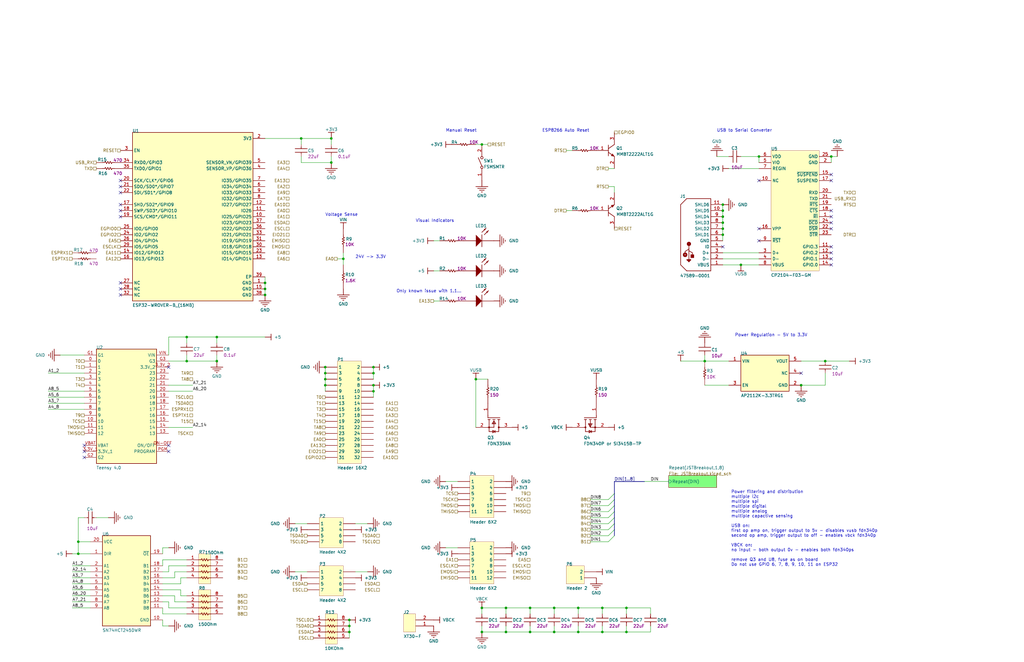
<source format=kicad_sch>
(kicad_sch (version 20231120) (generator "eeschema") (generator_version "8.0")
  (paper "B")
  (junction (at 137.16 160.02))
  (junction (at 137.16 157.48))
  (junction (at 203.2 60.96))
  (junction (at 312.42 111.76))
  (junction (at 147.32 264.16))
  (junction (at 304.8 91.44))
  (junction (at 264.16 256.54))
  (junction (at 157.48 157.48))
  (junction (at 297.18 152.4))
  (junction (at 147.32 266.7))
  (junction (at 33.02 233.68))
  (junction (at 304.8 96.52))
  (junction (at 111.76 121.92))
  (junction (at 233.68 256.54))
  (junction (at 304.8 99.06))
  (junction (at 233.68 266.7))
  (junction (at 243.84 256.54))
  (junction (at 350.52 66.04))
  (junction (at 137.16 154.94))
  (junction (at 254 256.54))
  (junction (at 144.78 109.22))
  (junction (at 78.74 142.24))
  (junction (at 33.02 228.6))
  (junction (at 91.44 142.24))
  (junction (at 304.8 88.9))
  (junction (at 254 266.7))
  (junction (at 223.52 256.54))
  (junction (at 203.2 266.7))
  (junction (at 111.76 124.46))
  (junction (at 157.48 154.94))
  (junction (at 347.98 152.4))
  (junction (at 157.48 165.1))
  (junction (at 111.76 119.38))
  (junction (at 243.84 266.7))
  (junction (at 127 58.42))
  (junction (at 223.52 266.7))
  (junction (at 337.82 162.56))
  (junction (at 78.74 152.4))
  (junction (at 91.44 152.4))
  (junction (at 203.2 256.54))
  (junction (at 200.66 160.02))
  (junction (at 264.16 266.7))
  (junction (at 157.48 162.56))
  (junction (at 304.8 86.36))
  (junction (at 213.36 256.54))
  (junction (at 147.32 261.62))
  (junction (at 304.8 93.98))
  (junction (at 137.16 162.56))
  (junction (at 320.04 66.04))
  (junction (at 213.36 266.7))
  (junction (at 139.7 68.58))
  (junction (at 139.7 58.42))
  (no_connect (at 71.12 187.96))
  (no_connect (at 350.52 93.98))
  (no_connect (at 350.52 104.14))
  (no_connect (at 50.8 86.36))
  (no_connect (at 350.52 106.68))
  (no_connect (at 304.8 104.14))
  (no_connect (at 50.8 78.74))
  (no_connect (at 350.52 109.22))
  (no_connect (at 320.04 96.52))
  (no_connect (at 337.82 157.48))
  (no_connect (at 350.52 111.76))
  (no_connect (at 50.8 81.28))
  (no_connect (at 50.8 76.2))
  (no_connect (at 50.8 121.92))
  (no_connect (at 35.56 190.5))
  (no_connect (at 350.52 73.66))
  (no_connect (at 320.04 76.2))
  (no_connect (at 50.8 88.9))
  (no_connect (at 350.52 88.9))
  (no_connect (at 320.04 101.6))
  (no_connect (at 71.12 154.94))
  (no_connect (at 350.52 96.52))
  (no_connect (at 50.8 91.44))
  (no_connect (at 71.12 190.5))
  (no_connect (at 50.8 124.46))
  (no_connect (at 35.56 187.96))
  (no_connect (at 35.56 193.04))
  (no_connect (at 350.52 91.44))
  (no_connect (at 50.8 119.38))
  (no_connect (at 350.52 76.2))
  (bus_entry (at 256.54 226.06) (size 2.54 -2.54))
  (bus_entry (at 256.54 213.36) (size 2.54 -2.54))
  (bus_entry (at 256.54 210.82) (size 2.54 -2.54))
  (bus_entry (at 256.54 228.6) (size 2.54 -2.54))
  (bus_entry (at 256.54 223.52) (size 2.54 -2.54))
  (bus_entry (at 256.54 215.9) (size 2.54 -2.54))
  (bus_entry (at 256.54 218.44) (size 2.54 -2.54))
  (bus_entry (at 256.54 220.98) (size 2.54 -2.54))
  (wire (pts (xy 142.24 109.22) (xy 144.78 109.22)))
  (wire (pts (xy 304.8 109.22) (xy 320.04 109.22)))
  (wire (pts (xy 223.52 256.54) (xy 233.68 256.54)))
  (wire (pts (xy 76.2 243.84) (xy 78.74 243.84)))
  (wire (pts (xy 35.56 218.44) (xy 33.02 218.44)))
  (wire (pts (xy 248.92 213.36) (xy 256.54 213.36)))
  (wire (pts (xy 254 266.7) (xy 254 264.16)))
  (wire (pts (xy 182.88 101.6) (xy 185.42 101.6)))
  (wire (pts (xy 20.32 165.1) (xy 35.56 165.1)))
  (wire (pts (xy 233.68 256.54) (xy 243.84 256.54)))
  (wire (pts (xy 157.48 157.48) (xy 157.48 154.94)))
  (wire (pts (xy 73.66 251.46) (xy 73.66 254)))
  (wire (pts (xy 182.88 127) (xy 185.42 127)))
  (wire (pts (xy 304.8 111.76) (xy 312.42 111.76)))
  (wire (pts (xy 157.48 160.02) (xy 157.48 157.48)))
  (wire (pts (xy 304.8 88.9) (xy 304.8 91.44)))
  (wire (pts (xy 203.2 266.7) (xy 203.2 264.16)))
  (wire (pts (xy 91.44 149.86) (xy 91.44 152.4)))
  (wire (pts (xy 68.58 251.46) (xy 73.66 251.46)))
  (wire (pts (xy 157.48 165.1) (xy 157.48 167.64)))
  (wire (pts (xy 304.8 99.06) (xy 304.8 101.6)))
  (wire (pts (xy 248.92 218.44) (xy 256.54 218.44)))
  (wire (pts (xy 248.92 228.6) (xy 256.54 228.6)))
  (wire (pts (xy 81.28 180.34) (xy 71.12 180.34)))
  (wire (pts (xy 45.72 218.44) (xy 40.64 218.44)))
  (wire (pts (xy 147.32 264.16) (xy 147.32 266.7)))
  (wire (pts (xy 154.94 220.98) (xy 149.86 220.98)))
  (wire (pts (xy 223.52 256.54) (xy 223.52 259.08)))
  (wire (pts (xy 264.16 266.7) (xy 274.32 266.7)))
  (wire (pts (xy 78.74 152.4) (xy 71.12 152.4)))
  (wire (pts (xy 203.2 256.54) (xy 203.2 259.08)))
  (wire (pts (xy 256.54 71.12) (xy 259.08 71.12)))
  (wire (pts (xy 124.46 220.98) (xy 129.54 220.98)))
  (bus (pts (xy 259.08 215.9) (xy 259.08 218.44)) (stroke (width 0.254)))
  (wire (pts (xy 78.74 142.24) (xy 71.12 142.24)))
  (wire (pts (xy 30.48 246.38) (xy 38.1 246.38)))
  (wire (pts (xy 248.92 223.52) (xy 256.54 223.52)))
  (wire (pts (xy 238.76 88.9) (xy 241.3 88.9)))
  (bus (pts (xy 259.08 210.82) (xy 259.08 213.36)) (stroke (width 0.254)))
  (wire (pts (xy 200.66 160.02) (xy 205.74 160.02)))
  (wire (pts (xy 304.8 93.98) (xy 304.8 96.52)))
  (wire (pts (xy 73.66 254) (xy 78.74 254)))
  (wire (pts (xy 213.36 266.7) (xy 213.36 264.16)))
  (wire (pts (xy 68.58 254) (xy 71.12 254)))
  (wire (pts (xy 350.52 68.58) (xy 350.52 66.04)))
  (wire (pts (xy 223.52 266.7) (xy 223.52 264.16)))
  (wire (pts (xy 76.2 248.92) (xy 76.2 251.46)))
  (wire (pts (xy 124.46 241.3) (xy 129.54 241.3)))
  (bus (pts (xy 259.08 213.36) (xy 259.08 215.9)) (stroke (width 0.254)))
  (bus (pts (xy 259.08 220.98) (xy 259.08 223.52)) (stroke (width 0.254)))
  (wire (pts (xy 68.58 243.84) (xy 73.66 243.84)))
  (wire (pts (xy 297.18 162.56) (xy 307.34 162.56)))
  (wire (pts (xy 256.54 210.82) (xy 248.92 210.82)))
  (wire (pts (xy 68.58 241.3) (xy 71.12 241.3)))
  (wire (pts (xy 297.18 152.4) (xy 287.02 152.4)))
  (wire (pts (xy 320.04 66.04) (xy 312.42 66.04)))
  (wire (pts (xy 137.16 154.94) (xy 137.16 157.48)))
  (wire (pts (xy 264.16 256.54) (xy 274.32 256.54)))
  (wire (pts (xy 304.8 106.68) (xy 320.04 106.68)))
  (wire (pts (xy 33.02 218.44) (xy 33.02 228.6)))
  (wire (pts (xy 223.52 266.7) (xy 233.68 266.7)))
  (wire (pts (xy 111.76 121.92) (xy 111.76 124.46)))
  (wire (pts (xy 73.66 243.84) (xy 73.66 241.3)))
  (wire (pts (xy 187.96 203.2) (xy 193.04 203.2)))
  (wire (pts (xy 68.58 231.14) (xy 68.58 233.68)))
  (bus (pts (xy 259.08 203.2) (xy 259.08 208.28)) (stroke (width 0.254)))
  (wire (pts (xy 203.2 266.7) (xy 213.36 266.7)))
  (wire (pts (xy 81.28 165.1) (xy 71.12 165.1)))
  (wire (pts (xy 33.02 233.68) (xy 33.02 228.6)))
  (wire (pts (xy 337.82 162.56) (xy 347.98 162.56)))
  (wire (pts (xy 213.36 256.54) (xy 213.36 259.08)))
  (wire (pts (xy 127 68.58) (xy 139.7 68.58)))
  (wire (pts (xy 30.48 233.68) (xy 33.02 233.68)))
  (wire (pts (xy 256.54 215.9) (xy 248.92 215.9)))
  (wire (pts (xy 256.54 226.06) (xy 248.92 226.06)))
  (wire (pts (xy 147.32 266.7) (xy 147.32 269.24)))
  (wire (pts (xy 78.74 144.78) (xy 78.74 142.24)))
  (wire (pts (xy 71.12 238.76) (xy 78.74 238.76)))
  (wire (pts (xy 187.96 231.14) (xy 193.04 231.14)))
  (wire (pts (xy 139.7 58.42) (xy 127 58.42)))
  (wire (pts (xy 68.58 236.22) (xy 68.58 238.76)))
  (wire (pts (xy 233.68 256.54) (xy 233.68 259.08)))
  (wire (pts (xy 68.58 248.92) (xy 76.2 248.92)))
  (wire (pts (xy 71.12 254) (xy 71.12 256.54)))
  (wire (pts (xy 73.66 241.3) (xy 78.74 241.3)))
  (wire (pts (xy 233.68 266.7) (xy 243.84 266.7)))
  (wire (pts (xy 76.2 246.38) (xy 76.2 243.84)))
  (wire (pts (xy 71.12 264.16) (xy 68.58 264.16)))
  (wire (pts (xy 200.66 180.34) (xy 200.66 160.02)))
  (wire (pts (xy 76.2 251.46) (xy 78.74 251.46)))
  (wire (pts (xy 320.04 71.12) (xy 307.34 71.12)))
  (wire (pts (xy 254 256.54) (xy 264.16 256.54)))
  (wire (pts (xy 78.74 236.22) (xy 68.58 236.22)))
  (wire (pts (xy 30.48 241.3) (xy 38.1 241.3)))
  (wire (pts (xy 137.16 162.56) (xy 137.16 165.1)))
  (wire (pts (xy 30.48 251.46) (xy 38.1 251.46)))
  (wire (pts (xy 127 58.42) (xy 127 60.96)))
  (wire (pts (xy 264.16 266.7) (xy 264.16 264.16)))
  (wire (pts (xy 203.2 256.54) (xy 213.36 256.54)))
  (wire (pts (xy 304.8 86.36) (xy 304.8 88.9)))
  (wire (pts (xy 68.58 264.16) (xy 68.58 261.62)))
  (wire (pts (xy 20.32 167.64) (xy 35.56 167.64)))
  (wire (pts (xy 20.32 172.72) (xy 35.56 172.72)))
  (wire (pts (xy 30.48 248.92) (xy 38.1 248.92)))
  (wire (pts (xy 297.18 152.4) (xy 297.18 149.86)))
  (wire (pts (xy 233.68 266.7) (xy 233.68 264.16)))
  (wire (pts (xy 243.84 266.7) (xy 254 266.7)))
  (wire (pts (xy 68.58 259.08) (xy 78.74 259.08)))
  (wire (pts (xy 33.02 233.68) (xy 38.1 233.68)))
  (wire (pts (xy 243.84 256.54) (xy 254 256.54)))
  (wire (pts (xy 91.44 152.4) (xy 78.74 152.4)))
  (bus (pts (xy 259.08 208.28) (xy 259.08 210.82)) (stroke (width 0.254)))
  (wire (pts (xy 144.78 109.22) (xy 144.78 111.76)))
  (bus (pts (xy 259.08 218.44) (xy 259.08 220.98)) (stroke (width 0.254)))
  (wire (pts (xy 320.04 68.58) (xy 320.04 66.04)))
  (wire (pts (xy 213.36 256.54) (xy 223.52 256.54)))
  (wire (pts (xy 259.08 78.74) (xy 256.54 78.74)))
  (wire (pts (xy 304.8 91.44) (xy 304.8 93.98)))
  (wire (pts (xy 78.74 149.86) (xy 78.74 152.4)))
  (wire (pts (xy 157.48 162.56) (xy 157.48 165.1)))
  (wire (pts (xy 243.84 266.7) (xy 243.84 264.16)))
  (wire (pts (xy 111.76 116.84) (xy 111.76 119.38)))
  (bus (pts (xy 271.78 203.2) (xy 259.08 203.2)) (stroke (width 0.254)))
  (wire (pts (xy 111.76 142.24) (xy 91.44 142.24)))
  (wire (pts (xy 274.32 256.54) (xy 274.32 259.08)))
  (wire (pts (xy 111.76 119.38) (xy 111.76 121.92)))
  (wire (pts (xy 137.16 160.02) (xy 137.16 162.56)))
  (wire (pts (xy 71.12 142.24) (xy 71.12 149.86)))
  (wire (pts (xy 154.94 241.3) (xy 149.86 241.3)))
  (wire (pts (xy 182.88 114.3) (xy 185.42 114.3)))
  (wire (pts (xy 254 266.7) (xy 264.16 266.7)))
  (bus (pts (xy 259.08 223.52) (xy 259.08 226.06)) (stroke (width 0.254)))
  (wire (pts (xy 30.48 254) (xy 38.1 254)))
  (wire (pts (xy 35.56 157.48) (xy 20.32 157.48)))
  (wire (pts (xy 347.98 152.4) (xy 358.14 152.4)))
  (wire (pts (xy 213.36 266.7) (xy 223.52 266.7)))
  (wire (pts (xy 312.42 111.76) (xy 320.04 111.76)))
  (wire (pts (xy 30.48 256.54) (xy 38.1 256.54)))
  (wire (pts (xy 307.34 152.4) (xy 297.18 152.4)))
  (wire (pts (xy 127 66.04) (xy 127 68.58)))
  (wire (pts (xy 139.7 68.58) (xy 139.7 66.04)))
  (wire (pts (xy 30.48 243.84) (xy 38.1 243.84)))
  (wire (pts (xy 33.02 228.6) (xy 38.1 228.6)))
  (wire (pts (xy 137.16 157.48) (xy 137.16 160.02)))
  (wire (pts (xy 264.16 256.54) (xy 264.16 259.08)))
  (wire (pts (xy 68.58 256.54) (xy 68.58 259.08)))
  (wire (pts (xy 144.78 109.22) (xy 144.78 106.68)))
  (wire (pts (xy 274.32 266.7) (xy 274.32 264.16)))
  (wire (pts (xy 256.54 220.98) (xy 248.92 220.98)))
  (wire (pts (xy 71.12 241.3) (xy 71.12 238.76)))
  (wire (pts (xy 91.44 144.78) (xy 91.44 142.24)))
  (wire (pts (xy 71.12 256.54) (xy 78.74 256.54)))
  (wire (pts (xy 271.78 203.2) (xy 281.94 203.2)))
  (wire (pts (xy 139.7 60.96) (xy 139.7 58.42)))
  (wire (pts (xy 147.32 261.62) (xy 147.32 264.16)))
  (wire (pts (xy 71.12 231.14) (xy 68.58 231.14)))
  (wire (pts (xy 25.4 149.86) (xy 35.56 149.86)))
  (wire (pts (xy 20.32 170.18) (xy 35.56 170.18)))
  (wire (pts (xy 127 58.42) (xy 111.76 58.42)))
  (wire (pts (xy 243.84 256.54) (xy 243.84 259.08)))
  (wire (pts (xy 238.76 63.5) (xy 241.3 63.5)))
  (wire (pts (xy 304.8 96.52) (xy 304.8 99.06)))
  (wire (pts (xy 68.58 246.38) (xy 76.2 246.38)))
  (wire (pts (xy 307.34 66.04) (xy 302.26 66.04)))
  (wire (pts (xy 91.44 142.24) (xy 78.74 142.24)))
  (wire (pts (xy 347.98 162.56) (xy 347.98 157.48)))
  (wire (pts (xy 254 256.54) (xy 254 259.08)))
  (wire (pts (xy 81.28 162.56) (xy 71.12 162.56)))
  (wire (pts (xy 205.74 60.96) (xy 203.2 60.96)))
  (wire (pts (xy 350.52 66.04) (xy 353.06 66.04)))
  (wire (pts (xy 259.08 81.28) (xy 259.08 78.74)))
  (wire (pts (xy 30.48 238.76) (xy 38.1 238.76)))
  (wire (pts (xy 337.82 152.4) (xy 347.98 152.4)))
  (wire (pts (xy 203.2 60.96) (xy 200.66 60.96)))
  (text_box "Power filtering and distribution\nmultiple i2c\nmultiple spi\nmultiple digital\nmultiple analog\nmultiple capactive sensing\n\nUSB on:\nfirst op amp on, trigger output to 5v - disables vusb fdn340p\nsecond op amp, trigger output to off - enables vbck fdn340p\n\nVBCK on:\nno input - both output 0v - enables both fdn340ps\n\nremove Q3 and U8, fuse as on board\nDo not use GPIO 6, 7, 8, 9, 10, 11 on ESP32\n\n" (at 373.38 205.74 0) (size -66.04 45.72) (stroke (width -0.0001) (color 0 0 0 1)) (fill (type color) (color 255 255 255 1)) (effects (font (size 1.27 1.27)) (justify left top)))
  (text "Only known issue with 1.1..." (at 167.132 123.698 0) (effects (font (size 1.27 1.27)) (justify left bottom)))
  (text "USB to Serial Converter" (at 302.26 55.88 0) (effects (font (size 1.27 1.27)) (justify left bottom)))
  (text "Voltage Sense" (at 137.16 91.44 0) (effects (font (size 1.27 1.27)) (justify left bottom)))
  (text "24V -> 3.3V" (at 149.86 109.22 0) (effects (font (size 1.27 1.27)) (justify left bottom)))
  (text "Power Regulation - 5V to 3.3V" (at 309.88 142.24 0) (effects (font (size 1.27 1.27)) (justify left bottom)))
  (text "Manual Reset" (at 187.96 55.88 0) (effects (font (size 1.27 1.27)) (justify left bottom)))
  (text "Visual Indicators" (at 175.26 93.98 0) (effects (font (size 1.27 1.27)) (justify left bottom)))
  (text "ESP8266 Auto Reset" (at 228.6 55.88 0) (effects (font (size 1.27 1.27)) (justify left bottom)))
  (label "DIN1" (at 248.92 228.6 0))
  (label "DIN3" (at 248.92 223.52 0))
  (label "A7_21" (at 30.48 254 0))
  (label "A8_5" (at 30.48 256.54 0))
  (label "DIN4" (at 248.92 220.98 0))
  (label "DIN6" (at 248.92 215.9 0))
  (label "A5_6" (at 30.48 248.92 0))
  (label "A2_14" (at 81.28 180.34 0))
  (label "A2_14" (at 30.48 241.3 0))
  (label "A6_20" (at 81.28 165.1 0))
  (label "A3_7" (at 30.48 243.84 0))
  (label "A1_2" (at 20.32 157.48 0))
  (label "A1_2" (at 30.48 238.76 0))
  (label "DIN5" (at 248.92 218.44 0))
  (label "A8_5" (at 20.32 165.1 0))
  (label "A4_8" (at 30.48 246.38 0))
  (label "DIN8" (at 248.92 210.82 0))
  (label "A7_21" (at 81.28 162.56 0))
  (label "A5_6" (at 20.32 167.64 0))
  (label "DIN2" (at 248.92 226.06 0))
  (label "A6_20" (at 30.48 251.46 0))
  (label "DIN[1..8]" (at 259.08 203.2 0))
  (label "DIN7" (at 248.92 213.36 0))
  (label "A4_8" (at 20.32 172.72 0))
  (label "A3_7" (at 20.32 170.18 0))
  (label "DIN" (at 274.32 203.2 0))
  (hierarchical_label "ESCL" (shape passive) (at 160.02 248.92 180))
  (hierarchical_label "DTR" (shape passive) (at 238.76 88.9 180))
  (hierarchical_label "EA12" (shape passive) (at 50.8 109.22 180))
  (hierarchical_label "TSCK" (shape passive) (at 81.28 182.88 180))
  (hierarchical_label "B6" (shape passive) (at 104.14 254 180))
  (hierarchical_label "TMISO" (shape passive) (at 223.52 215.9 180))
  (hierarchical_label "ESDA" (shape passive) (at 160.02 246.38 180))
  (hierarchical_label "EA6" (shape passive) (at 121.92 109.22 180))
  (hierarchical_label "ESCL" (shape passive) (at 129.54 248.92 180))
  (hierarchical_label "EGPIO0" (shape passive) (at 50.8 96.52 180))
  (hierarchical_label "ESPRX1" (shape passive) (at 30.48 106.68 180))
  (hierarchical_label "TSCL0" (shape passive) (at 81.28 167.64 180))
  (hierarchical_label "ESCL" (shape passive) (at 132.08 269.24 180))
  (hierarchical_label "RESET" (shape passive) (at 259.08 96.52 0))
  (hierarchical_label "EA7" (shape passive) (at 167.64 185.42 180))
  (hierarchical_label "EMOSI" (shape passive) (at 223.52 241.3 180))
  (hierarchical_label "EA5" (shape passive) (at 50.8 101.6 180))
  (hierarchical_label "B2" (shape passive) (at 104.14 238.76 180))
  (hierarchical_label "TSDA0" (shape passive) (at 160.02 226.06 180))
  (hierarchical_label "DTR" (shape passive) (at 256.54 71.12 180))
  (hierarchical_label "B3" (shape passive) (at 104.14 241.3 180))
  (hierarchical_label "EA4" (shape passive) (at 121.92 71.12 180))
  (hierarchical_label "EA8" (shape passive) (at 167.64 187.96 180))
  (hierarchical_label "B6" (shape passive) (at 248.92 215.9 180))
  (hierarchical_label "T4" (shape passive) (at 137.16 175.26 180))
  (hierarchical_label "EIO21" (shape passive) (at 137.16 190.5 180))
  (hierarchical_label "EA2" (shape passive) (at 121.92 78.74 180))
  (hierarchical_label "TA8" (shape passive) (at 137.16 180.34 180))
  (hierarchical_label "ESDA" (shape passive) (at 129.54 246.38 180))
  (hierarchical_label "TMISO" (shape passive) (at 35.56 182.88 180))
  (hierarchical_label "EA10" (shape passive) (at 121.92 86.36 180))
  (hierarchical_label "TMOSI" (shape passive) (at 35.56 180.34 180))
  (hierarchical_label "EA11" (shape passive) (at 50.8 106.68 180))
  (hierarchical_label "EA9" (shape passive) (at 167.64 190.5 180))
  (hierarchical_label "TMOSI" (shape passive) (at 223.52 213.36 180))
  (hierarchical_label "ESCLK" (shape passive) (at 193.04 238.76 180))
  (hierarchical_label "TSDA0" (shape passive) (at 132.08 264.16 180))
  (hierarchical_label "T1" (shape passive) (at 35.56 154.94 180))
  (hierarchical_label "EGPIO2" (shape passive) (at 50.8 99.06 180))
  (hierarchical_label "TSCL0" (shape passive) (at 160.02 228.6 180))
  (hierarchical_label "TMOSI" (shape passive) (at 193.04 213.36 180))
  (hierarchical_label "RTS" (shape passive) (at 238.76 63.5 180))
  (hierarchical_label "EA8" (shape passive) (at 121.92 106.68 180))
  (hierarchical_label "EA13" (shape passive) (at 121.92 76.2 180))
  (hierarchical_label "ESPRX1" (shape passive) (at 81.28 172.72 180))
  (hierarchical_label "EA10" (shape passive) (at 167.64 193.04 180))
  (hierarchical_label "TXD" (shape passive) (at 40.64 71.12 180))
  (hierarchical_label "EMOSI" (shape passive) (at 121.92 104.14 180))
  (hierarchical_label "B7" (shape passive) (at 104.14 256.54 180))
  (hierarchical_label "TMISO" (shape passive) (at 193.04 215.9 180))
  (hierarchical_label "EMISO" (shape passive) (at 121.92 101.6 180))
  (hierarchical_label "TSDA0" (shape passive) (at 81.28 170.18 180))
  (hierarchical_label "EMISO" (shape passive) (at 223.52 243.84 180))
  (hierarchical_label "T3" (shape passive) (at 35.56 160.02 180))
  (hierarchical_label "B4" (shape passive) (at 248.92 220.98 180))
  (hierarchical_label "USB_RX" (shape passive) (at 360.68 83.82 180))
  (hierarchical_label "EA9" (shape passive) (at 121.92 81.28 180))
  (hierarchical_label "TXD" (shape passive) (at 360.68 81.28 180))
  (hierarchical_label "ESDA" (shape passive) (at 121.92 93.98 180))
  (hierarchical_label "EGPIO2" (shape passive) (at 137.16 193.04 180))
  (hierarchical_label "ESDA" (shape passive) (at 132.08 266.7 180))
  (hierarchical_label "RESET" (shape passive) (at 205.74 60.96 0))
  (hierarchical_label "TA9" (shape passive) (at 137.16 182.88 180))
  (hierarchical_label "B5" (shape passive) (at 104.14 251.46 180))
  (hierarchical_label "T1" (shape passive) (at 137.16 170.18 180))
  (hierarchical_label "EA1" (shape passive) (at 193.04 236.22 180))
  (hierarchical_label "ESPTX1" (shape passive) (at 81.28 175.26 180))
  (hierarchical_label "TSCK" (shape passive) (at 223.52 210.82 180))
  (hierarchical_label "T9" (shape passive) (at 223.52 208.28 180))
  (hierarchical_label "B5" (shape passive) (at 248.92 218.44 180))
  (hierarchical_label "EIO21" (shape passive) (at 121.92 99.06 180))
  (hierarchical_label "B7" (shape passive) (at 248.92 213.36 180))
  (hierarchical_label "EA5" (shape passive) (at 223.52 236.22 180))
  (hierarchical_label "TSCL0" (shape passive) (at 132.08 261.62 180))
  (hierarchical_label "EA7" (shape passive) (at 121.92 83.82 180))
  (hierarchical_label "B1" (shape passive) (at 104.14 236.22 180))
  (hierarchical_label "T15" (shape passive) (at 137.16 177.8 180))
  (hierarchical_label "ESCLK" (shape passive) (at 50.8 104.14 180))
  (hierarchical_label "B1" (shape passive) (at 248.92 228.6 180))
  (hierarchical_label "ESCLK" (shape passive) (at 223.52 238.76 180))
  (hierarchical_label "RESET" (shape passive) (at 50.8 63.5 180))
  (hierarchical_label "T9" (shape passive) (at 35.56 175.26 180))
  (hierarchical_label "TSCL0" (shape passive) (at 129.54 228.6 180))
  (hierarchical_label "EA6" (shape passive) (at 167.64 182.88 180))
  (hierarchical_label "T4" (shape passive) (at 35.56 162.56 180))
  (hierarchical_label "TSDA0" (shape passive) (at 129.54 226.06 180))
  (hierarchical_label "EMISO" (shape passive) (at 193.04 243.84 180))
  (hierarchical_label "ESPTX1" (shape passive) (at 30.48 109.22 180))
  (hierarchical_label "EA3" (shape passive) (at 121.92 68.58 180))
  (hierarchical_label "B3" (shape passive) (at 248.92 223.52 180))
  (hierarchical_label "EA5" (shape passive) (at 167.64 180.34 180))
  (hierarchical_label "EMOSI" (shape passive) (at 193.04 241.3 180))
  (hierarchical_label "EA4" (shape passive) (at 167.64 177.8 180))
  (hierarchical_label "USB_RX" (shape passive) (at 40.64 68.58 180))
  (hierarchical_label "B8" (shape passive) (at 248.92 210.82 180))
  (hierarchical_label "T15" (shape passive) (at 81.28 177.8 180))
  (hierarchical_label "EA13" (shape passive) (at 182.88 127 180))
  (hierarchical_label "EA0" (shape passive) (at 142.24 109.22 180))
  (hierarchical_label "ESCL" (shape passive) (at 121.92 96.52 180))
  (hierarchical_label "TCS" (shape passive) (at 193.04 208.28 180))
  (hierarchical_label "B8" (shape passive) (at 104.14 259.08 180))
  (hierarchical_label "T0" (shape passive) (at 35.56 152.4 180))
  (hierarchical_label "EA1" (shape passive) (at 167.64 170.18 180))
  (hierarchical_label "B2" (shape passive) (at 248.92 226.06 180))
  (hierarchical_label "EGPIO0" (shape passive) (at 259.08 55.88 0))
  (hierarchical_label "T3" (shape passive) (at 137.16 172.72 180))
  (hierarchical_label "EA1" (shape passive) (at 121.92 91.44 180))
  (hierarchical_label "TCS" (shape passive) (at 35.56 177.8 180))
  (hierarchical_label "EA2" (shape passive) (at 167.64 172.72 180))
  (hierarchical_label "RTS" (shape passive) (at 360.68 86.36 180))
  (hierarchical_label "EA0" (shape passive) (at 137.16 185.42 180))
  (hierarchical_label "TA9" (shape passive) (at 81.28 157.48 180))
  (hierarchical_label "DTR" (shape passive) (at 360.68 99.06 180))
  (hierarchical_label "B4" (shape passive) (at 104.14 243.84 180))
  (hierarchical_label "EA13" (shape passive) (at 137.16 187.96 180))
  (hierarchical_label "TA8" (shape passive) (at 81.28 160.02 180))
  (hierarchical_label "EA0" (shape passive) (at 121.92 88.9 180))
  (hierarchical_label "TSCK" (shape passive) (at 193.04 210.82 180))
  (hierarchical_label "T0" (shape passive) (at 137.16 167.64 180))
  (hierarchical_label "RTS" (shape passive) (at 256.54 78.74 180))
  (hierarchical_label "EA3" (shape passive) (at 167.64 175.26 180))
  (symbol (lib_id "ProtogenControllerV1-altium-import:+3V3_BAR") (at 213.36 233.68 90) (unit 1)
    (property "Reference" "#PWR?" (effects (hide yes)))
    (property "Value" "+3V3" (at 217.17 233.68 90) (effects (justify right)))
  )
  (symbol (lib_id "ProtogenControllerV1-altium-import:+5_BAR") (at 215.9 180.34 90) (unit 1)
    (property "Reference" "#PWR?" (effects (hide yes)))
    (property "Value" "+5" (at 219.71 180.34 90) (effects (justify right)))
  )
  (symbol (lib_id "ProtogenControllerV1-altium-import:root_2_USB-5-6SHLD") (at 299.72 114.3 0) (unit 1)
    (property "Reference" "J1" (at 286.766 83.566 0) (effects (justify left bottom)))
    (property "Value" "47589-0001" (at 286.766 117.094 0) (effects (justify left bottom)))
    (property "Footprint" "MOLX-47589-0001_V" (effects (hide yes)))
    (property "Description" "Right Angle Female Type AB Micro USB Connector, 30 V, 1.8 A, -30 to 85 degC, RoHS, Tape and Reel" (effects (hide yes)))
    (property "NUMBER OF PORTS" "1Port" (effects (hide yes)))
    (property "COLOR" "Black" (effects (hide yes)))
    (property "PRODUCT" "MicroUSBTypeABConnectors" (effects (hide yes)))
    (property "PACKAGE URL" "http://www.molex.com/pdm_docs/sd/475890001_sd.pdf" (effects (hide yes)))
    (property "CONTACT PLATING" "Gold" (effects (hide yes)))
    (property "DATASHEET URL" "http://www.molex.com/webdocs/datasheets/pdf/en-us/0475890001_IO_CONNECTORS.pdf" (effects (hide yes)))
    (property "OPERATING TEMPERATURE RANGE" "-20Cto+85C" (effects (hide yes)))
    (property "TERMINATION STYLE" "SMD/SMT" (effects (hide yes)))
    (property "CURRENT RATING" "1.8A" (effects (hide yes)))
    (property "ALTIUM_UNNAMED_1" "0475890001" (effects (hide yes)))
    (property "BRAND" "Molex" (effects (hide yes)))
    (property "MOUNTING ANGLE" "Right" (effects (hide yes)))
    (property "PACKAGE REFERENCE" "47589-0001" (effects (hide yes)))
    (property "GENDER" "Female" (effects (hide yes)))
    (property "PACKAGE DESCRIPTION" "Micro USB Connector, Pitch 0.65 mm, 5 Positions, Body 7.5 x 5.6 mm" (effects (hide yes)))
    (property "MOUNTING TECHNOLOGY" "SurfaceMount" (effects (hide yes)))
    (property "CONTACT MATERIAL" "CopperAlloy" (effects (hide yes)))
    (property "CONNECTOR TYPE" "MicroUSBTypeABreceptacle" (effects (hide yes)))
    (property "PACKAGING" "Reel" (effects (hide yes)))
    (property "ROHS" "True" (effects (hide yes)))
    (property "STANDARD" "USB" (effects (hide yes)))
    (property "MANUFACTURER URL" "http://www.molex.com/" (effects (hide yes)))
    (property "MANUFACTURER" "Molex" (effects (hide yes)))
    (property "DATASHEET VERSION" "12/2016" (effects (hide yes)))
    (property "NUMBER OF CONTACTS" "5Contact" (effects (hide yes)))
    (property "PRODUCT CATEGORY" "USBConnectors" (effects (hide yes)))
    (property "SERIES" "47589" (effects (hide yes)))
    (property "VOLTAGE RATING" "30VAC" (effects (hide yes)))
  )
  (symbol (lib_id "ProtogenControllerV1-altium-import:GND_POWER_GROUND") (at 187.96 203.2 270) (unit 1)
    (property "Reference" "#PWR?" (effects (hide yes)))
    (property "Value" "GND" (at 181.61 203.2 90) (effects (justify right)))
  )
  (symbol (lib_id "ProtogenControllerV1-altium-import:root_2_Header 2") (at 246.38 246.38 0) (unit 1)
    (property "Reference" "P6" (at 238.76 238.76 0) (effects (justify left bottom)))
    (property "Value" "Header 2" (at 238.76 248.92 0) (effects (justify left bottom)))
    (property "Footprint" "HDR1X2" (effects (hide yes)))
    (property "Description" "Header, 2-Pin" (effects (hide yes)))
    (property "LATESTREVISIONDATE" "17-Jul-2002" (effects (hide yes)))
    (property "LATESTREVISIONNOTE" "Re-released for DXP Platform." (effects (hide yes)))
    (property "PUBLISHER" "Altium Limited" (effects (hide yes)))
  )
  (symbol (lib_id "ProtogenControllerV1-altium-import:root_1_RES_0") (at 294.64 160.02 0) (unit 1)
    (property "Reference" "R3" (at 297.942 157.226 0) (effects (justify left bottom)))
    (property "Value" "CRCW08050000Z0EA" (effects (hide yes)))
    (property "Footprint" "RESC2013X50X30LL20T20" (effects (hide yes)))
    (property "Description" "0805" (effects (hide yes)))
    (property "MANUFACTURER" "Vishay Dale" (effects (hide yes)))
    (property "PART NUMBER" "CRCW08050000Z0EA" (effects (hide yes)))
    (property "ALTIUM_VALUE" "10K" (at 297.942 159.766 0) (effects (justify left bottom)))
  )
  (symbol (lib_id "ProtogenControllerV1-altium-import:root_0_RES_0") (at 43.18 66.04 0) (unit 1)
    (property "Reference" "R15" (at 41.148 68.072 0) (effects (justify left bottom)))
    (property "Value" "CRCW08050000Z0EA" (effects (hide yes)))
    (property "Footprint" "RESC2013X50X30LL20T20" (effects (hide yes)))
    (property "Description" "0805" (effects (hide yes)))
    (property "MANUFACTURER" "Vishay Dale" (effects (hide yes)))
    (property "PART NUMBER" "CRCW08050000Z0EA" (effects (hide yes)))
    (property "ALTIUM_VALUE" "470" (at 47.752 68.326 0) (effects (justify left bottom)))
  )
  (symbol (lib_id "ProtogenControllerV1-altium-import:root_3_RES_0") (at 147.32 99.06 0) (unit 1)
    (property "Reference" "R9" (at 145.796 101.6 0) (effects (justify left bottom)))
    (property "Value" "CRCW08050000Z0EA" (effects (hide yes)))
    (property "Footprint" "RESC2013X50X30LL20T20" (effects (hide yes)))
    (property "Description" "0805" (effects (hide yes)))
    (property "MANUFACTURER" "Vishay Dale" (effects (hide yes)))
    (property "PART NUMBER" "CRCW08050000Z0EA" (effects (hide yes)))
    (property "ALTIUM_VALUE" "10K" (at 145.542 103.886 0) (effects (justify left bottom)))
  )
  (symbol (lib_id "ProtogenControllerV1-altium-import:root_0_DEV-15583") (at 53.34 170.18 0) (unit 1)
    (property "Reference" "U2" (at 40.64 147.32 0) (effects (justify left bottom)))
    (property "Value" "Teensy 4.0" (at 40.64 198.12 0) (effects (justify left bottom)))
    (property "Footprint" "MODULE_DEV-15583" (effects (hide yes)))
    (property "Description" "RT1062 Teensy 4.0 i.MX ARMÂ® CortexÂ®-M7 MPU Embedded Evaluation Board" (effects (hide yes)))
    (property "COMPONENT TYPE" "Standard" (effects (hide yes)))
    (property "MP" "DEV-15583" (effects (hide yes)))
    (property "ALTIUM_VALUE" "*" (effects (hide yes)))
    (property "SOURCE" "SnapEDAsch.SchLib" (effects (hide yes)))
    (property "PACKAGE" "None" (effects (hide yes)))
    (property "SNAPEDA_LINK" "https://www.snapeda.com/parts/DEV-15583/SparkFun%20Electronics/view-part/4001229/?ref=snap" (effects (hide yes)))
    (property "DIGI-KEY_PART_NUMBER" "1568-DEV-15583-ND" (effects (hide yes)))
    (property "PIN COUNT" "33" (effects (hide yes)))
    (property "DIGI-KEY_PURCHASE_URL" "https://www.digikey.com/product-detail/en/sparkfun-electronics/DEV-15583/1568-DEV-15583-ND/10384551?utm_source=snapeda&utm_medium=aggregator&utm_campaign=symbol" (effects (hide yes)))
    (property "MF" "SparkFun Electronics" (effects (hide yes)))
    (property "DESIGN ITEM ID" "DEV-15583" (effects (hide yes)))
  )
  (symbol (lib_id "ProtogenControllerV1-altium-import:+3V3_BAR") (at 182.88 101.6 270) (unit 1)
    (property "Reference" "#PWR?" (effects (hide yes)))
    (property "Value" "+3V3" (at 179.07 101.6 90) (effects (justify right)))
  )
  (symbol (lib_id "ProtogenControllerV1-altium-import:root_1_SW-SPST-2_C") (at 203.2 71.12 0) (unit 1)
    (property "Reference" "SW1" (at 203.962 68.58 0) (effects (justify left bottom)))
    (property "Value" "FSMSMTR" (at 203.962 71.12 0) (effects (justify left bottom)))
    (property "Footprint" "TECO-FSMSMTR_V" (effects (hide yes)))
    (property "Description" "FSMSM Push Button Switch, 50 mA, -35 to 85 degC, 2-Pin SMD, RoHS, Tape and Reel" (effects (hide yes)))
    (property "VOLTAGE RATING (DC)" "24V" (effects (hide yes)))
    (property "MANUFACTURER URL" "http://www.te.com/" (effects (hide yes)))
    (property "LEAD FREE" "LeadFree" (effects (hide yes)))
    (property "PACKAGING" "TapeandReel" (effects (hide yes)))
    (property "ELECTRICAL LIFE" "20000Cycles" (effects (hide yes)))
    (property "MIN OPERATING TEMPERATURE" "-35degC" (effects (hide yes)))
    (property "MANUFACTURER" "TE Connectivity" (effects (hide yes)))
    (property "MECHANICAL LIFE" "20000Cycles" (effects (hide yes)))
    (property "OPERATING FORCE" "180gf" (effects (hide yes)))
    (property "MOUNT" "SurfaceMount" (effects (hide yes)))
    (property "REACH SVHC" "Unknown" (effects (hide yes)))
    (property "PACKAGE QUANTITY" "1800" (effects (hide yes)))
    (property "PACKAGE REFERENCE" "FSMSMTR" (effects (hide yes)))
    (property "ROHSCOMPLIANT" "true" (effects (hide yes)))
    (property "SWITCH TRAVEL" "0.25mm" (effects (hide yes)))
    (property "MAX OPERATING TEMPERATURE" "85degC" (effects (hide yes)))
    (property "CONTACT CURRENT RATING" "50mA" (effects (hide yes)))
    (property "ORIENTATION" "Straight" (effects (hide yes)))
    (property "ELV" "Compliant" (effects (hide yes)))
    (property "CAS~{E}/PACKAGE" "SMD/SMT" (effects (hide yes)))
    (property "ACTUATOR LENGTH" "1.07mm" (effects (hide yes)))
    (property "THROW CONFIGURATION" "SPST" (effects (hide yes)))
    (property "ACTUATOR MATERIAL" "Polyamide" (effects (hide yes)))
    (property "DATASHEET URL" "http://www.te.com/commerce/DocumentDelivery/DDEController?Action=showdoc&DocId=Customer+Drawing%7F1437566-3%7FC2%7Fpdf%7FEnglish%7FENG_CD_1437566-3_C2_1437566_3_1_c.dwg.pdf%7F1437566-4" (effects (hide yes)))
    (property "PACKAGE DESCRIPTION" "2-Pin Surface Mount Device, Body 6 x 3.5 mm, Pitch 9.19 mm" (effects (hide yes)))
    (property "CURRENT RATING" "50mA" (effects (hide yes)))
    (property "CONTACT RESISTANCE" "100mOhm" (effects (hide yes)))
    (property "CONTACT PLATING" "Silver" (effects (hide yes)))
    (property "TERMINATION" "GullWing" (effects (hide yes)))
    (property "DATASHEET VERSION" "Rev. C2, 08/2014" (effects (hide yes)))
    (property "CONTACT MATERIAL" "Brass" (effects (hide yes)))
    (property "ILLUMINATION TYPE" "Illuminated" (effects (hide yes)))
    (property "MAX VOLTAGE RATING (DC)" "12V" (effects (hide yes)))
    (property "MOUNTING TECHNOLOGY" "SurfaceMount" (effects (hide yes)))
  )
  (symbol (lib_id "ProtogenControllerV1-altium-import:GND_POWER_GROUND") (at 91.44 152.4 0) (unit 1)
    (property "Reference" "#PWR?" (effects (hide yes)))
    (property "Value" "GND" (at 91.44 158.75 0))
  )
  (symbol (lib_id "ProtogenControllerV1-altium-import:root_0_e2225c6bf1369f0cb2dedd1355170a4") (at 38.1 228.6 0) (unit 1)
    (property "Reference" "U6" (at 43.18 226.06 0) (effects (justify left bottom)))
    (property "Value" "SN74HCT245DWR" (at 43.18 266.7 0) (effects (justify left bottom)))
    (property "Footprint" "FP-DW0020A-MFG" (effects (hide yes)))
    (property "Description" "IC TXRX NON-INVERT 5.5V 20SOIC" (effects (hide yes)))
    (property "NOMINAL SUPPLY CURRENT" "80uA" (effects (hide yes)))
    (property "DEVICE CLASS L3" "Drivers and Transceivers" (effects (hide yes)))
    (property "PROPAGATION DELAY" "18ns" (effects (hide yes)))
    (property "DIGIKEY DESCRIPTION" "IC TXRX NON-INVERT 5.5V 20SOIC" (effects (hide yes)))
    (property "HEIGHT" "2.65mm" (effects (hide yes)))
    (property "TEMPERATURE" "-40°C to +85°C" (effects (hide yes)))
    (property "MAX SUPPLY VOLTAGE" "5.5V" (effects (hide yes)))
    (property "TEMPERATURE RANGE HIGH" "+85°C" (effects (hide yes)))
    (property "MAX JUNCTION TEMP" "+150°C" (effects (hide yes)))
    (property "NUMBER OF CIRCUITS" "1" (effects (hide yes)))
    (property "MANUFACTURER PART NUMBER" "SN74HCT245DWR" (effects (hide yes)))
    (property "AMBIENT TEMPERATURE RANGE LOW" "-40°C" (effects (hide yes)))
    (property "COMPONENTLINK2DESCRIPTION" "Datasheet" (effects (hide yes)))
    (property "AMBIENT TEMPERATURE RANGE HIGH" "+85°C" (effects (hide yes)))
    (property "DEVICE CLASS L1" "Integrated Circuits (ICs)" (effects (hide yes)))
    (property "MOUSER DESCRIPTION" "Octal Bus Transceivers With 3-State Outputs 20-SOIC -40 to 85" (effects (hide yes)))
    (property "COMPONENTLINK2URL" "http://www.ti.com/lit/ds/symlink/sn74hct245.pdf" (effects (hide yes)))
    (property "PACKAGE" "DW0020A" (effects (hide yes)))
    (property "MANUFACTURER" "Texas Instruments" (effects (hide yes)))
    (property "IPC LAND PATTERN NAME" "SOIC127P1030X265-20" (effects (hide yes)))
    (property "NUMBER OF INPUTS" "8" (effects (hide yes)))
    (property "MIN SUPPLY VOLTAGE" "4.5V" (effects (hide yes)))
    (property "DEVICE CLASS L2" "Logic ICs" (effects (hide yes)))
    (property "AUTOMOTIVE" "No" (effects (hide yes)))
    (property "ROHS" "TRUE" (effects (hide yes)))
    (property "TEMPERATURE RANGE LOW" "-40°C" (effects (hide yes)))
    (property "OCTOPART" "https://octopart.com/sn74hct245dwr-texas+instruments-516824" (effects (hide yes)))
    (property "LOGIC FUNCTION DESC" "Non-Inverting" (effects (hide yes)))
    (property "CATEGORY" "IC" (effects (hide yes)))
    (property "STANDOFF HEIGHT" "0.1mm" (effects (hide yes)))
    (property "LEAD FREE" "Yes" (effects (hide yes)))
    (property "FREQUENCY" "25MHz" (effects (hide yes)))
    (property "NUMBER OF OUTPUTS" "8" (effects (hide yes)))
  )
  (symbol (lib_id "ProtogenControllerV1-altium-import:root_0_RES-P-8") (at 83.82 248.92 0) (unit 1)
    (property "Reference" "R8" (at 83.82 248.92 0) (effects (justify left bottom)))
    (property "Value" "150Ohm" (at 83.566 264.16 0) (effects (justify left bottom)))
    (property "Footprint" "BOUR-CAT16-103J4LF_L" (effects (hide yes)))
    (property "Description" "CAT / CAY 16 Series - Chip Resistor Array, 10 KOhm, +/- 5%, 50 V, -55 to 125 degC, 8-Pin SMD, RoHS, Tape and Reel" (effects (hide yes)))
    (property "POWER PER ELEMENT" "62.5mW" (effects (hide yes)))
    (property "ONLINE CATALOG" "CAT16Series" (effects (hide yes)))
    (property "PACKAGE REFERENCE" "CAT16-103J4LF" (effects (hide yes)))
    (property "DATASHEET VERSION" "09/2014" (effects (hide yes)))
    (property "RESISTANCE (OHMS)" "10k" (effects (hide yes)))
    (property "SERIES" "CAT16" (effects (hide yes)))
    (property "MANUFACTURER" "Bourns" (effects (hide yes)))
    (property "MANUFACTURER URL" "http://www.bourns.com/" (effects (hide yes)))
    (property "MOUNTING TYPE" "SurfaceMount" (effects (hide yes)))
    (property "DATASHEET URL" "http://www.mouser.com/ds/2/54/ATCAY-777361.pdf" (effects (hide yes)))
    (property "NUMBER OF RESISTORS" "4" (effects (hide yes)))
    (property "CATEGORY" "Resistors" (effects (hide yes)))
    (property "HEIGHT" "0.024\"(0.60mm)" (effects (hide yes)))
    (property "MOUNTING TECHNOLOGY" "SurfaceMount" (effects (hide yes)))
    (property "APPLICATIONS" "-" (effects (hide yes)))
    (property "SIZE / DIMENSION" "0.126\"Lx0.061\"W(3.20mmx1.55mm)" (effects (hide yes)))
    (property "PACKAGING" "Digi-Reel®" (effects (hide yes)))
    (property "PACKAGE / CASE" "1206(3216Metric),Concave,LongSideTerminals" (effects (hide yes)))
    (property "SUPPLIER DEVICE PACKAGE" "1206" (effects (hide yes)))
    (property "ROHS INFORMATION" "CAT16MaterialDeclaration" (effects (hide yes)))
    (property "EDA / CAD MODELS" "DownloadfromAcceleratedDesigns" (effects (hide yes)))
    (property "TEMPERATURE COEFFICIENT" "±200ppm/°C" (effects (hide yes)))
    (property "NUMBER OF PINS" "8" (effects (hide yes)))
    (property "CIRCUIT TYPE" "Isolated" (effects (hide yes)))
    (property "FAMILY" "ResistorNetworks,Arrays" (effects (hide yes)))
    (property "STANDARD PACKAGE" "1" (effects (hide yes)))
    (property "PACKAGE DESCRIPTION" "8-Pin Surface Mount Device, Body 3.2 x 1.55 mm, Pitch 0.8 mm" (effects (hide yes)))
    (property "OPERATING TEMPERATURE" "-55°C~125°C" (effects (hide yes)))
    (property "TOLERANCE" "±5%" (effects (hide yes)))
    (property "OTHER NAMES" "CAT16-103J4LFDKR" (effects (hide yes)))
  )
  (symbol (lib_id "ProtogenControllerV1-altium-import:GND_POWER_GROUND") (at 124.46 241.3 270) (unit 1)
    (property "Reference" "#PWR?" (effects (hide yes)))
    (property "Value" "GND" (at 118.11 241.3 90) (effects (justify right)))
  )
  (symbol (lib_id "ProtogenControllerV1-altium-import:VIN_BAR") (at 144.78 96.52 180) (unit 1)
    (property "Reference" "#PWR?" (effects (hide yes)))
    (property "Value" "VIN" (at 144.78 92.71 0))
  )
  (symbol (lib_id "ProtogenControllerV1-altium-import:root_0_Header 4X2") (at 134.62 238.76 0) (unit 1)
    (property "Reference" "P3" (at 134.62 238.76 0) (effects (justify left bottom)))
    (property "Value" "Header 4X2" (at 134.62 254 0) (effects (justify left bottom)))
    (property "Footprint" "HDR2X4" (effects (hide yes)))
    (property "Description" "Header, 4-Pin, Dual row" (effects (hide yes)))
    (property "LATESTREVISIONDATE" "17-Jul-2002" (effects (hide yes)))
    (property "LATESTREVISIONNOTE" "Re-released for DXP Platform." (effects (hide yes)))
    (property "PUBLISHER" "Altium Limited" (effects (hide yes)))
  )
  (symbol (lib_id "ProtogenControllerV1-altium-import:+3V3_BAR") (at 147.32 261.62 90) (unit 1)
    (property "Reference" "#PWR?" (effects (hide yes)))
    (property "Value" "+3V3" (at 151.13 261.62 90) (effects (justify right)))
  )
  (symbol (lib_id "ProtogenControllerV1-altium-import:GND_POWER_GROUND") (at 304.8 86.36 90) (unit 1)
    (property "Reference" "#PWR?" (effects (hide yes)))
    (property "Value" "GND" (at 311.15 86.36 90) (effects (justify right)))
  )
  (symbol (lib_id "ProtogenControllerV1-altium-import:root_0_11868f565c42a9108669ba33697ecf6") (at 78.74 144.78 0) (unit 1)
    (property "Reference" "C7" (at 81.534 148.082 0) (effects (justify left bottom)))
    (property "Value" "CC0805KKX7R6BB105" (effects (hide yes)))
    (property "Footprint" "FP-CC0805-0_85-MFG" (effects (hide yes)))
    (property "Description" "CAP CER 1UF 10V X7R 0805" (effects (hide yes)))
    (property "ALTIUM_VALUE" "22uF" (at 81.534 150.622 0) (effects (justify left bottom)))
    (property "COMPONENTLINK2URL" "http://www.yageo.com/documents/recent/UPY-GPHC_Y5V_6.3V-to-50V_8.pdf" (effects (hide yes)))
    (property "AUTOMOTIVE" "No" (effects (hide yes)))
    (property "TEMPERATURE RANGE LOW" "-30°C" (effects (hide yes)))
    (property "MANUFACTURER" "Yageo" (effects (hide yes)))
    (property "OCTOPART" "https://octopart.com/cc0805kkx7r6bb105-yageo-42522859" (effects (hide yes)))
    (property "TEMPERATURE CHARACTERISTIC" "X7R" (effects (hide yes)))
    (property "ROHS" "TRUE" (effects (hide yes)))
    (property "VOLTAGE RATING" "10 V" (effects (hide yes)))
    (property "CAPACITANCE" "1 uF" (effects (hide yes)))
    (property "PACKAGE" "CC0805-0.85" (effects (hide yes)))
    (property "DEVICE CLASS L3" "Ceramic Capacitors" (effects (hide yes)))
    (property "CATEGORY" "Cap" (effects (hide yes)))
    (property "MOUSER DESCRIPTION" "Multilayer Ceramic Capacitors MLCC - SMD/SMT 1.0uF 10V X7R 10%" (effects (hide yes)))
    (property "TEMPERATURE RANGE HIGH" "+85°C" (effects (hide yes)))
    (property "IPC LAND PATTERN NAME" "CAPC200125X85" (effects (hide yes)))
    (property "MANUFACTURER PART NUMBER" "CC0805KKX7R6BB105" (effects (hide yes)))
    (property "COMPONENTLINK2DESCRIPTION" "Datasheet" (effects (hide yes)))
    (property "TEMPERATURE" "-30°C to +85°C" (effects (hide yes)))
    (property "HEIGHT" "0.95mm" (effects (hide yes)))
    (property "LEAD FREE" "Yes" (effects (hide yes)))
    (property "MATERIAL" "Ceramic" (effects (hide yes)))
    (property "DEVICE CLASS L1" "Passive Components" (effects (hide yes)))
    (property "DEVICE CLASS L2" "Capacitors" (effects (hide yes)))
    (property "FOOTPRINT URL" "http://www.yageo.com/exep/pages/download/literatures/UPY-C_GEN_24.pdf" (effects (hide yes)))
    (property "TOLERANCE" "0.1" (effects (hide yes)))
    (property "DIGIKEY DESCRIPTION" "CAP CER 1UF 10V X7R 0805" (effects (hide yes)))
  )
  (symbol (lib_id "ProtogenControllerV1-altium-import:root_0_11868f565c42a9108669ba33697ecf6") (at 203.2 259.08 0) (unit 1)
    (property "Reference" "DC1" (at 205.994 262.382 0) (effects (justify left bottom)))
    (property "Value" "CC0805KKX7R6BB105" (effects (hide yes)))
    (property "Footprint" "FP-CC0805-0_85-MFG" (effects (hide yes)))
    (property "Description" "CAP CER 1UF 10V X7R 0805" (effects (hide yes)))
    (property "ALTIUM_VALUE" "22uF" (at 205.994 264.922 0) (effects (justify left bottom)))
    (property "COMPONENTLINK2URL" "http://www.yageo.com/documents/recent/UPY-GPHC_Y5V_6.3V-to-50V_8.pdf" (effects (hide yes)))
    (property "AUTOMOTIVE" "No" (effects (hide yes)))
    (property "TEMPERATURE RANGE LOW" "-30°C" (effects (hide yes)))
    (property "MANUFACTURER" "Yageo" (effects (hide yes)))
    (property "OCTOPART" "https://octopart.com/cc0805kkx7r6bb105-yageo-42522859" (effects (hide yes)))
    (property "TEMPERATURE CHARACTERISTIC" "X7R" (effects (hide yes)))
    (property "ROHS" "TRUE" (effects (hide yes)))
    (property "VOLTAGE RATING" "10 V" (effects (hide yes)))
    (property "CAPACITANCE" "1 uF" (effects (hide yes)))
    (property "PACKAGE" "CC0805-0.85" (effects (hide yes)))
    (property "DEVICE CLASS L3" "Ceramic Capacitors" (effects (hide yes)))
    (property "CATEGORY" "Cap" (effects (hide yes)))
    (property "MOUSER DESCRIPTION" "Multilayer Ceramic Capacitors MLCC - SMD/SMT 1.0uF 10V X7R 10%" (effects (hide yes)))
    (property "TEMPERATURE RANGE HIGH" "+85°C" (effects (hide yes)))
    (property "IPC LAND PATTERN NAME" "CAPC200125X85" (effects (hide yes)))
    (property "MANUFACTURER PART NUMBER" "CC0805KKX7R6BB105" (effects (hide yes)))
    (property "COMPONENTLINK2DESCRIPTION" "Datasheet" (effects (hide yes)))
    (property "TEMPERATURE" "-30°C to +85°C" (effects (hide yes)))
    (property "HEIGHT" "0.95mm" (effects (hide yes)))
    (property "LEAD FREE" "Yes" (effects (hide yes)))
    (property "MATERIAL" "Ceramic" (effects (hide yes)))
    (property "DEVICE CLASS L1" "Passive Components" (effects (hide yes)))
    (property "DEVICE CLASS L2" "Capacitors" (effects (hide yes)))
    (property "FOOTPRINT URL" "http://www.yageo.com/exep/pages/download/literatures/UPY-C_GEN_24.pdf" (effects (hide yes)))
    (property "TOLERANCE" "0.1" (effects (hide yes)))
    (property "DIGIKEY DESCRIPTION" "CAP CER 1UF 10V X7R 0805" (effects (hide yes)))
  )
  (symbol (lib_id "ProtogenControllerV1-altium-import:root_0_11868f565c42a9108669ba33697ecf6") (at 254 259.08 0) (unit 1)
    (property "Reference" "DC6" (at 256.794 262.382 0) (effects (justify left bottom)))
    (property "Value" "CC0805KKX7R6BB105" (effects (hide yes)))
    (property "Footprint" "FP-CC0805-0_85-MFG" (effects (hide yes)))
    (property "Description" "CAP CER 1UF 10V X7R 0805" (effects (hide yes)))
    (property "ALTIUM_VALUE" "22uF" (at 256.794 264.922 0) (effects (justify left bottom)))
    (property "COMPONENTLINK2URL" "http://www.yageo.com/documents/recent/UPY-GPHC_Y5V_6.3V-to-50V_8.pdf" (effects (hide yes)))
    (property "AUTOMOTIVE" "No" (effects (hide yes)))
    (property "TEMPERATURE RANGE LOW" "-30°C" (effects (hide yes)))
    (property "MANUFACTURER" "Yageo" (effects (hide yes)))
    (property "OCTOPART" "https://octopart.com/cc0805kkx7r6bb105-yageo-42522859" (effects (hide yes)))
    (property "TEMPERATURE CHARACTERISTIC" "X7R" (effects (hide yes)))
    (property "ROHS" "TRUE" (effects (hide yes)))
    (property "VOLTAGE RATING" "10 V" (effects (hide yes)))
    (property "CAPACITANCE" "1 uF" (effects (hide yes)))
    (property "PACKAGE" "CC0805-0.85" (effects (hide yes)))
    (property "DEVICE CLASS L3" "Ceramic Capacitors" (effects (hide yes)))
    (property "CATEGORY" "Cap" (effects (hide yes)))
    (property "MOUSER DESCRIPTION" "Multilayer Ceramic Capacitors MLCC - SMD/SMT 1.0uF 10V X7R 10%" (effects (hide yes)))
    (property "TEMPERATURE RANGE HIGH" "+85°C" (effects (hide yes)))
    (property "IPC LAND PATTERN NAME" "CAPC200125X85" (effects (hide yes)))
    (property "MANUFACTURER PART NUMBER" "CC0805KKX7R6BB105" (effects (hide yes)))
    (property "COMPONENTLINK2DESCRIPTION" "Datasheet" (effects (hide yes)))
    (property "TEMPERATURE" "-30°C to +85°C" (effects (hide yes)))
    (property "HEIGHT" "0.95mm" (effects (hide yes)))
    (property "LEAD FREE" "Yes" (effects (hide yes)))
    (property "MATERIAL" "Ceramic" (effects (hide yes)))
    (property "DEVICE CLASS L1" "Passive Components" (effects (hide yes)))
    (property "DEVICE CLASS L2" "Capacitors" (effects (hide yes)))
    (property "FOOTPRINT URL" "http://www.yageo.com/exep/pages/download/literatures/UPY-C_GEN_24.pdf" (effects (hide yes)))
    (property "TOLERANCE" "0.1" (effects (hide yes)))
    (property "DIGIKEY DESCRIPTION" "CAP CER 1UF 10V X7R 0805" (effects (hide yes)))
  )
  (symbol (lib_id "ProtogenControllerV1-altium-import:GND_POWER_GROUND") (at 111.76 124.46 0) (unit 1)
    (property "Reference" "#PWR?" (effects (hide yes)))
    (property "Value" "GND" (at 111.76 130.81 0))
  )
  (symbol (lib_id "ProtogenControllerV1-altium-import:root_3_11868f565c42a9108669ba33697ecf6") (at 40.64 218.44 0) (unit 1)
    (property "Reference" "C4" (at 36.576 215.646 0) (effects (justify left bottom)))
    (property "Value" "CC0805KKX7R6BB105" (effects (hide yes)))
    (property "Footprint" "FP-CC0805-0_85-MFG" (effects (hide yes)))
    (property "Description" "CAP CER 1UF 10V X7R 0805" (effects (hide yes)))
    (property "ALTIUM_VALUE" "10uF" (at 36.576 223.774 0) (effects (justify left bottom)))
    (property "COMPONENTLINK2URL" "http://www.yageo.com/documents/recent/UPY-GPHC_Y5V_6.3V-to-50V_8.pdf" (effects (hide yes)))
    (property "AUTOMOTIVE" "No" (effects (hide yes)))
    (property "TEMPERATURE RANGE LOW" "-30°C" (effects (hide yes)))
    (property "MANUFACTURER" "Yageo" (effects (hide yes)))
    (property "OCTOPART" "https://octopart.com/cc0805kkx7r6bb105-yageo-42522859" (effects (hide yes)))
    (property "TEMPERATURE CHARACTERISTIC" "X7R" (effects (hide yes)))
    (property "ROHS" "TRUE" (effects (hide yes)))
    (property "VOLTAGE RATING" "10 V" (effects (hide yes)))
    (property "CAPACITANCE" "1 uF" (effects (hide yes)))
    (property "PACKAGE" "CC0805-0.85" (effects (hide yes)))
    (property "DEVICE CLASS L3" "Ceramic Capacitors" (effects (hide yes)))
    (property "CATEGORY" "Cap" (effects (hide yes)))
    (property "MOUSER DESCRIPTION" "Multilayer Ceramic Capacitors MLCC - SMD/SMT 1.0uF 10V X7R 10%" (effects (hide yes)))
    (property "TEMPERATURE RANGE HIGH" "+85°C" (effects (hide yes)))
    (property "IPC LAND PATTERN NAME" "CAPC200125X85" (effects (hide yes)))
    (property "MANUFACTURER PART NUMBER" "CC0805KKX7R6BB105" (effects (hide yes)))
    (property "COMPONENTLINK2DESCRIPTION" "Datasheet" (effects (hide yes)))
    (property "TEMPERATURE" "-30°C to +85°C" (effects (hide yes)))
    (property "HEIGHT" "0.95mm" (effects (hide yes)))
    (property "LEAD FREE" "Yes" (effects (hide yes)))
    (property "MATERIAL" "Ceramic" (effects (hide yes)))
    (property "DEVICE CLASS L1" "Passive Components" (effects (hide yes)))
    (property "DEVICE CLASS L2" "Capacitors" (effects (hide yes)))
    (property "FOOTPRINT URL" "http://www.yageo.com/exep/pages/download/literatures/UPY-C_GEN_24.pdf" (effects (hide yes)))
    (property "TOLERANCE" "0.1" (effects (hide yes)))
    (property "DIGIKEY DESCRIPTION" "CAP CER 1UF 10V X7R 0805" (effects (hide yes)))
  )
  (symbol (lib_id "ProtogenControllerV1-altium-import:GND_POWER_GROUND") (at 137.16 154.94 270) (unit 1)
    (property "Reference" "#PWR?" (effects (hide yes)))
    (property "Value" "GND" (at 130.81 154.94 90) (effects (justify right)))
  )
  (symbol (lib_id "ProtogenControllerV1-altium-import:root_0_RES_0") (at 43.18 68.58 0) (unit 1)
    (property "Reference" "R16" (at 41.402 73.914 0) (effects (justify left bottom)))
    (property "Value" "CRCW08050000Z0EA" (effects (hide yes)))
    (property "Footprint" "RESC2013X50X30LL20T20" (effects (hide yes)))
    (property "Description" "0805" (effects (hide yes)))
    (property "MANUFACTURER" "Vishay Dale" (effects (hide yes)))
    (property "PART NUMBER" "CRCW08050000Z0EA" (effects (hide yes)))
    (property "ALTIUM_VALUE" "470" (at 47.752 73.914 0) (effects (justify left bottom)))
  )
  (symbol (lib_id "ProtogenControllerV1-altium-import:+3V3_BAR") (at 193.04 205.74 270) (unit 1)
    (property "Reference" "#PWR?" (effects (hide yes)))
    (property "Value" "+3V3" (at 189.23 205.74 90) (effects (justify right)))
  )
  (symbol (lib_id "ProtogenControllerV1-altium-import:+3V3_BAR") (at 149.86 243.84 90) (unit 1)
    (property "Reference" "#PWR?" (effects (hide yes)))
    (property "Value" "+3V3" (at 153.67 243.84 90) (effects (justify right)))
  )
  (symbol (lib_id "ProtogenControllerV1-altium-import:root_0_Header 6X2") (at 198.12 228.6 0) (unit 1)
    (property "Reference" "P5" (at 198.12 228.6 0) (effects (justify left bottom)))
    (property "Value" "Header 6X2" (at 198.12 248.92 0) (effects (justify left bottom)))
    (property "Footprint" "HDR2X6" (effects (hide yes)))
    (property "Description" "Header, 6-Pin, Dual row" (effects (hide yes)))
    (property "LATESTREVISIONDATE" "17-Jul-2002" (effects (hide yes)))
    (property "LATESTREVISIONNOTE" "Re-released for DXP Platform." (effects (hide yes)))
    (property "PUBLISHER" "Altium Limited" (effects (hide yes)))
  )
  (symbol (lib_id "ProtogenControllerV1-altium-import:root_0_RES-P-8") (at 137.16 259.08 0) (unit 1)
    (property "Reference" "R13" (at 137.16 259.08 0) (effects (justify left bottom)))
    (property "Value" "10KOhm" (at 136.906 274.32 0) (effects (justify left bottom)))
    (property "Footprint" "BOUR-CAT16-103J4LF_L" (effects (hide yes)))
    (property "Description" "CAT / CAY 16 Series - Chip Resistor Array, 10 KOhm, +/- 5%, 50 V, -55 to 125 degC, 8-Pin SMD, RoHS, Tape and Reel" (effects (hide yes)))
    (property "POWER PER ELEMENT" "62.5mW" (effects (hide yes)))
    (property "ONLINE CATALOG" "CAT16Series" (effects (hide yes)))
    (property "PACKAGE REFERENCE" "CAT16-103J4LF" (effects (hide yes)))
    (property "DATASHEET VERSION" "09/2014" (effects (hide yes)))
    (property "RESISTANCE (OHMS)" "10k" (effects (hide yes)))
    (property "SERIES" "CAT16" (effects (hide yes)))
    (property "MANUFACTURER" "Bourns" (effects (hide yes)))
    (property "MANUFACTURER URL" "http://www.bourns.com/" (effects (hide yes)))
    (property "MOUNTING TYPE" "SurfaceMount" (effects (hide yes)))
    (property "DATASHEET URL" "http://www.mouser.com/ds/2/54/ATCAY-777361.pdf" (effects (hide yes)))
    (property "NUMBER OF RESISTORS" "4" (effects (hide yes)))
    (property "CATEGORY" "Resistors" (effects (hide yes)))
    (property "HEIGHT" "0.024\"(0.60mm)" (effects (hide yes)))
    (property "MOUNTING TECHNOLOGY" "SurfaceMount" (effects (hide yes)))
    (property "APPLICATIONS" "-" (effects (hide yes)))
    (property "SIZE / DIMENSION" "0.126\"Lx0.061\"W(3.20mmx1.55mm)" (effects (hide yes)))
    (property "PACKAGING" "Digi-Reel®" (effects (hide yes)))
    (property "PACKAGE / CASE" "1206(3216Metric),Concave,LongSideTerminals" (effects (hide yes)))
    (property "SUPPLIER DEVICE PACKAGE" "1206" (effects (hide yes)))
    (property "ROHS INFORMATION" "CAT16MaterialDeclaration" (effects (hide yes)))
    (property "EDA / CAD MODELS" "DownloadfromAcceleratedDesigns" (effects (hide yes)))
    (property "TEMPERATURE COEFFICIENT" "±200ppm/°C" (effects (hide yes)))
    (property "NUMBER OF PINS" "8" (effects (hide yes)))
    (property "CIRCUIT TYPE" "Isolated" (effects (hide yes)))
    (property "FAMILY" "ResistorNetworks,Arrays" (effects (hide yes)))
    (property "STANDARD PACKAGE" "1" (effects (hide yes)))
    (property "PACKAGE DESCRIPTION" "8-Pin Surface Mount Device, Body 3.2 x 1.55 mm, Pitch 0.8 mm" (effects (hide yes)))
    (property "OPERATING TEMPERATURE" "-55°C~125°C" (effects (hide yes)))
    (property "TOLERANCE" "±5%" (effects (hide yes)))
    (property "OTHER NAMES" "CAT16-103J4LFDKR" (effects (hide yes)))
  )
  (symbol (lib_id "ProtogenControllerV1-altium-import:+3V3_BAR") (at 157.48 162.56 90) (unit 1)
    (property "Reference" "#PWR?" (effects (hide yes)))
    (property "Value" "+3V3" (at 161.29 162.56 90) (effects (justify right)))
  )
  (symbol (lib_id "ProtogenControllerV1-altium-import:root_0_RES_0") (at 243.84 60.96 0) (unit 1)
    (property "Reference" "R5" (at 241.046 63.246 0) (effects (justify left bottom)))
    (property "Value" "CRCW08050000Z0EA" (effects (hide yes)))
    (property "Footprint" "RESC2013X50X30LL20T20" (effects (hide yes)))
    (property "Description" "0805" (effects (hide yes)))
    (property "MANUFACTURER" "Vishay Dale" (effects (hide yes)))
    (property "PART NUMBER" "CRCW08050000Z0EA" (effects (hide yes)))
    (property "ALTIUM_VALUE" "10K" (at 248.666 63.246 0) (effects (justify left bottom)))
  )
  (symbol (lib_id "ProtogenControllerV1-altium-import:+3V3_BAR") (at 193.04 233.68 270) (unit 1)
    (property "Reference" "#PWR?" (effects (hide yes)))
    (property "Value" "+3V3" (at 189.23 233.68 90) (effects (justify right)))
  )
  (symbol (lib_id "ProtogenControllerV1-altium-import:GND_POWER_GROUND") (at 213.36 203.2 90) (unit 1)
    (property "Reference" "#PWR?" (effects (hide yes)))
    (property "Value" "GND" (at 219.71 203.2 90) (effects (justify right)))
  )
  (symbol (lib_id "ProtogenControllerV1-altium-import:VUSB_BAR") (at 312.42 111.76 0) (unit 1)
    (property "Reference" "#PWR?" (effects (hide yes)))
    (property "Value" "VUSB" (at 312.42 115.57 0))
  )
  (symbol (lib_id "ProtogenControllerV1-altium-import:GND_POWER_GROUND") (at 139.7 68.58 0) (unit 1)
    (property "Reference" "#PWR?" (effects (hide yes)))
    (property "Value" "GND" (at 139.7 74.93 0))
  )
  (symbol (lib_id "ProtogenControllerV1-altium-import:root_0_ONSC-NPN-B1E2C3-3") (at 256.54 60.96 0) (unit 1)
    (property "Reference" "Q1" (at 259.842 63.246 0) (effects (justify left bottom)))
    (property "Value" "MMBT2222ALT1G" (at 259.842 65.786 0) (effects (justify left bottom)))
    (property "Footprint" "ONSC-SOT-23-3-318-08_V" (effects (hide yes)))
    (property "Description" "General Purpose Transistor, NPN Silicon, 3-Pin SOT-23, Pb-Free, Tape and Reel" (effects (hide yes)))
    (property "MANUFACTURER" "On Semiconductor" (effects (hide yes)))
    (property "COMPONENTLINK3URL" "http://www.onsemi.cn/pub_link/Collateral/318-08.PDF" (effects (hide yes)))
    (property "PARTNUMBER" "MMBT2222ALT1G" (effects (hide yes)))
    (property "ROHS" "TRUE" (effects (hide yes)))
    (property "COMPONENTLINK1URL" "http://www.onsemi.com/" (effects (hide yes)))
    (property "COMPONENTLINK3DESCRIPTION" "Package Specification" (effects (hide yes)))
    (property "FT MIN (MHZ)" "300" (effects (hide yes)))
    (property "COMPONENTLINK2DESCRIPTION" "Datasheet" (effects (hide yes)))
    (property "MOUNTING TECHNOLOGY" "Surface Mount" (effects (hide yes)))
    (property "PACKING" "Tape and Reel" (effects (hide yes)))
    (property "PACKAGEDESCRIPTION" "3-Pin Small Outline Transistor, Body 2.92 x 1.3 mm, Pitch 0.95 mm" (effects (hide yes)))
    (property "DATASHEETVERSION" "Rev. 10" (effects (hide yes)))
    (property "PACKAGEREFERENCE" "SOT-23-3-318-08" (effects (hide yes)))
    (property "COMPONENTLINK2URL" "http://www.onsemi.cn/pub_link/Collateral/MMBT2222LT1-D.PDF" (effects (hide yes)))
    (property "POLARITY" "NPN" (effects (hide yes)))
    (property "PACKAGEVERSION" "Rev. AP, 11/2009" (effects (hide yes)))
    (property "IC CONTINUOUS (A)" "0.6" (effects (hide yes)))
    (property "COMPONENTLINK1DESCRIPTION" "Manufacturer URL" (effects (hide yes)))
  )
  (symbol (lib_id "ProtogenControllerV1-altium-import:+3V3_BAR") (at 213.36 205.74 90) (unit 1)
    (property "Reference" "#PWR?" (effects (hide yes)))
    (property "Value" "+3V3" (at 217.17 205.74 90) (effects (justify right)))
  )
  (symbol (lib_id "ProtogenControllerV1-altium-import:+5_BAR") (at 256.54 180.34 90) (unit 1)
    (property "Reference" "#PWR?" (effects (hide yes)))
    (property "Value" "+5" (at 260.35 180.34 90) (effects (justify right)))
  )
  (symbol (lib_id "ProtogenControllerV1-altium-import:GND_POWER_GROUND") (at 337.82 162.56 0) (unit 1)
    (property "Reference" "#PWR?" (effects (hide yes)))
    (property "Value" "GND" (at 337.82 168.91 0))
  )
  (symbol (lib_id "ProtogenControllerV1-altium-import:root_0_11868f565c42a9108669ba33697ecf6") (at 139.7 60.96 0) (unit 1)
    (property "Reference" "C6" (at 142.494 64.262 0) (effects (justify left bottom)))
    (property "Value" "CC0805KKX7R6BB105" (effects (hide yes)))
    (property "Footprint" "FP-CC0805-0_85-MFG" (effects (hide yes)))
    (property "Description" "CAP CER 1UF 10V X7R 0805" (effects (hide yes)))
    (property "ALTIUM_VALUE" "0.1uF" (at 142.494 66.802 0) (effects (justify left bottom)))
    (property "COMPONENTLINK2URL" "http://www.yageo.com/documents/recent/UPY-GPHC_Y5V_6.3V-to-50V_8.pdf" (effects (hide yes)))
    (property "AUTOMOTIVE" "No" (effects (hide yes)))
    (property "TEMPERATURE RANGE LOW" "-30°C" (effects (hide yes)))
    (property "MANUFACTURER" "Yageo" (effects (hide yes)))
    (property "OCTOPART" "https://octopart.com/cc0805kkx7r6bb105-yageo-42522859" (effects (hide yes)))
    (property "TEMPERATURE CHARACTERISTIC" "X7R" (effects (hide yes)))
    (property "ROHS" "TRUE" (effects (hide yes)))
    (property "VOLTAGE RATING" "10 V" (effects (hide yes)))
    (property "CAPACITANCE" "1 uF" (effects (hide yes)))
    (property "PACKAGE" "CC0805-0.85" (effects (hide yes)))
    (property "DEVICE CLASS L3" "Ceramic Capacitors" (effects (hide yes)))
    (property "CATEGORY" "Cap" (effects (hide yes)))
    (property "MOUSER DESCRIPTION" "Multilayer Ceramic Capacitors MLCC - SMD/SMT 1.0uF 10V X7R 10%" (effects (hide yes)))
    (property "TEMPERATURE RANGE HIGH" "+85°C" (effects (hide yes)))
    (property "IPC LAND PATTERN NAME" "CAPC200125X85" (effects (hide yes)))
    (property "MANUFACTURER PART NUMBER" "CC0805KKX7R6BB105" (effects (hide yes)))
    (property "COMPONENTLINK2DESCRIPTION" "Datasheet" (effects (hide yes)))
    (property "TEMPERATURE" "-30°C to +85°C" (effects (hide yes)))
    (property "HEIGHT" "0.95mm" (effects (hide yes)))
    (property "LEAD FREE" "Yes" (effects (hide yes)))
    (property "MATERIAL" "Ceramic" (effects (hide yes)))
    (property "DEVICE CLASS L1" "Passive Components" (effects (hide yes)))
    (property "DEVICE CLASS L2" "Capacitors" (effects (hide yes)))
    (property "FOOTPRINT URL" "http://www.yageo.com/exep/pages/download/literatures/UPY-C_GEN_24.pdf" (effects (hide yes)))
    (property "TOLERANCE" "0.1" (effects (hide yes)))
    (property "DIGIKEY DESCRIPTION" "CAP CER 1UF 10V X7R 0805" (effects (hide yes)))
  )
  (symbol (lib_id "ProtogenControllerV1-altium-import:GND_POWER_GROUND") (at 71.12 264.16 90) (unit 1)
    (property "Reference" "#PWR?" (effects (hide yes)))
    (property "Value" "GND" (at 77.47 264.16 90) (effects (justify right)))
  )
  (symbol (lib_id "ProtogenControllerV1-altium-import:VIN_BAR") (at 251.46 241.3 90) (unit 1)
    (property "Reference" "#PWR?" (effects (hide yes)))
    (property "Value" "VIN" (at 255.27 241.3 90) (effects (justify right)))
  )
  (symbol (lib_id "ProtogenControllerV1-altium-import:root_1_RES_0") (at 248.92 167.64 0) (unit 1)
    (property "Reference" "R19" (at 252.222 164.846 0) (effects (justify left bottom)))
    (property "Value" "CRCW08050000Z0EA" (effects (hide yes)))
    (property "Footprint" "RESC2013X50X30LL20T20" (effects (hide yes)))
    (property "Description" "0805" (effects (hide yes)))
    (property "MANUFACTURER" "Vishay Dale" (effects (hide yes)))
    (property "PART NUMBER" "CRCW08050000Z0EA" (effects (hide yes)))
    (property "ALTIUM_VALUE" "150" (at 252.222 167.386 0) (effects (justify left bottom)))
  )
  (symbol (lib_id "ProtogenControllerV1-altium-import:root_0_WE-LED_K1A2-2") (at 200.66 127 0) (unit 1)
    (property "Reference" "LED3" (at 200.406 121.412 0) (effects (justify left bottom)))
    (property "Value" "150080SS75000" (effects (hide yes)))
    (property "Footprint" "0805_A" (effects (hide yes)))
    (property "Description" "SMD mono-color Chip LED, WL-SMCW, Super Red" (effects (hide yes)))
    (property "PACKAGEREFERENCE" "0805_A" (effects (hide yes)))
    (property "COMPONENTLINK2URL" "http://katalog.we-online.com/led/datasheet/150080SS75000.pdf" (effects (hide yes)))
    (property "COMPONENTLINK1URL" "http://www.we-online.com" (effects (hide yes)))
    (property "COLOR" "Super Red" (effects (hide yes)))
    (property "MANUFACTURER" "Wuerth Elektronik" (effects (hide yes)))
    (property "COMPONENTLINK2DESCRIPTION" "Datasheet" (effects (hide yes)))
    (property "COMPONENTLINK1DESCRIPTION" "Manufacturer URL" (effects (hide yes)))
    (property "PARTNUMBER" "150080SS75000" (effects (hide yes)))
  )
  (symbol (lib_id "ProtogenControllerV1-altium-import:GND_POWER_GROUND") (at 208.28 114.3 90) (unit 1)
    (property "Reference" "#PWR?" (effects (hide yes)))
    (property "Value" "GND" (at 214.63 114.3 90) (effects (justify right)))
  )
  (symbol (lib_id "ProtogenControllerV1-altium-import:VUSB_BAR") (at 200.66 160.02 180) (unit 1)
    (property "Reference" "#PWR?" (effects (hide yes)))
    (property "Value" "VUSB" (at 200.66 156.21 0))
  )
  (symbol (lib_id "ProtogenControllerV1-altium-import:GND_POWER_GROUND") (at 208.28 101.6 90) (unit 1)
    (property "Reference" "#PWR?" (effects (hide yes)))
    (property "Value" "GND" (at 214.63 101.6 90) (effects (justify right)))
  )
  (symbol (lib_id "ProtogenControllerV1-altium-import:root_0_RES_0") (at 187.96 124.46 0) (unit 1)
    (property "Reference" "R14" (at 185.166 126.746 0) (effects (justify left bottom)))
    (property "Value" "CRCW08050000Z0EA" (effects (hide yes)))
    (property "Footprint" "RESC2013X50X30LL20T20" (effects (hide yes)))
    (property "Description" "0805" (effects (hide yes)))
    (property "MANUFACTURER" "Vishay Dale" (effects (hide yes)))
    (property "PART NUMBER" "CRCW08050000Z0EA" (effects (hide yes)))
    (property "ALTIUM_VALUE" "10K" (at 192.786 126.746 0) (effects (justify left bottom)))
  )
  (symbol (lib_id "ProtogenControllerV1-altium-import:root_0_11868f565c42a9108669ba33697ecf6") (at 243.84 259.08 0) (unit 1)
    (property "Reference" "DC5" (at 246.634 262.382 0) (effects (justify left bottom)))
    (property "Value" "CC0805KKX7R6BB105" (effects (hide yes)))
    (property "Footprint" "FP-CC0805-0_85-MFG" (effects (hide yes)))
    (property "Description" "CAP CER 1UF 10V X7R 0805" (effects (hide yes)))
    (property "ALTIUM_VALUE" "22uF" (at 246.634 264.922 0) (effects (justify left bottom)))
    (property "COMPONENTLINK2URL" "http://www.yageo.com/documents/recent/UPY-GPHC_Y5V_6.3V-to-50V_8.pdf" (effects (hide yes)))
    (property "AUTOMOTIVE" "No" (effects (hide yes)))
    (property "TEMPERATURE RANGE LOW" "-30°C" (effects (hide yes)))
    (property "MANUFACTURER" "Yageo" (effects (hide yes)))
    (property "OCTOPART" "https://octopart.com/cc0805kkx7r6bb105-yageo-42522859" (effects (hide yes)))
    (property "TEMPERATURE CHARACTERISTIC" "X7R" (effects (hide yes)))
    (property "ROHS" "TRUE" (effects (hide yes)))
    (property "VOLTAGE RATING" "10 V" (effects (hide yes)))
    (property "CAPACITANCE" "1 uF" (effects (hide yes)))
    (property "PACKAGE" "CC0805-0.85" (effects (hide yes)))
    (property "DEVICE CLASS L3" "Ceramic Capacitors" (effects (hide yes)))
    (property "CATEGORY" "Cap" (effects (hide yes)))
    (property "MOUSER DESCRIPTION" "Multilayer Ceramic Capacitors MLCC - SMD/SMT 1.0uF 10V X7R 10%" (effects (hide yes)))
    (property "TEMPERATURE RANGE HIGH" "+85°C" (effects (hide yes)))
    (property "IPC LAND PATTERN NAME" "CAPC200125X85" (effects (hide yes)))
    (property "MANUFACTURER PART NUMBER" "CC0805KKX7R6BB105" (effects (hide yes)))
    (property "COMPONENTLINK2DESCRIPTION" "Datasheet" (effects (hide yes)))
    (property "TEMPERATURE" "-30°C to +85°C" (effects (hide yes)))
    (property "HEIGHT" "0.95mm" (effects (hide yes)))
    (property "LEAD FREE" "Yes" (effects (hide yes)))
    (property "MATERIAL" "Ceramic" (effects (hide yes)))
    (property "DEVICE CLASS L1" "Passive Components" (effects (hide yes)))
    (property "DEVICE CLASS L2" "Capacitors" (effects (hide yes)))
    (property "FOOTPRINT URL" "http://www.yageo.com/exep/pages/download/literatures/UPY-C_GEN_24.pdf" (effects (hide yes)))
    (property "TOLERANCE" "0.1" (effects (hide yes)))
    (property "DIGIKEY DESCRIPTION" "CAP CER 1UF 10V X7R 0805" (effects (hide yes)))
  )
  (symbol (lib_id "ProtogenControllerV1-altium-import:+3V3_BAR") (at 190.5 60.96 270) (unit 1)
    (property "Reference" "#PWR?" (effects (hide yes)))
    (property "Value" "+3V3" (at 186.69 60.96 90) (effects (justify right)))
  )
  (symbol (lib_id "ProtogenControllerV1-altium-import:root_0_RES_0") (at 243.84 86.36 0) (unit 1)
    (property "Reference" "R6" (at 241.046 88.646 0) (effects (justify left bottom)))
    (property "Value" "CRCW08050000Z0EA" (effects (hide yes)))
    (property "Footprint" "RESC2013X50X30LL20T20" (effects (hide yes)))
    (property "Description" "0805" (effects (hide yes)))
    (property "MANUFACTURER" "Vishay Dale" (effects (hide yes)))
    (property "PART NUMBER" "CRCW08050000Z0EA" (effects (hide yes)))
    (property "ALTIUM_VALUE" "10K" (at 248.666 88.646 0) (effects (justify left bottom)))
  )
  (symbol (lib_id "ProtogenControllerV1-altium-import:+3V3_BAR") (at 149.86 223.52 90) (unit 1)
    (property "Reference" "#PWR?" (effects (hide yes)))
    (property "Value" "+3V3" (at 153.67 223.52 90) (effects (justify right)))
  )
  (symbol (lib_id "ProtogenControllerV1-altium-import:root_0_11868f565c42a9108669ba33697ecf6") (at 274.32 259.08 0) (unit 1)
    (property "Reference" "DC8" (at 277.114 262.382 0) (effects (justify left bottom)))
    (property "Value" "CC0805KKX7R6BB105" (effects (hide yes)))
    (property "Footprint" "FP-CC0805-0_85-MFG" (effects (hide yes)))
    (property "Description" "CAP CER 1UF 10V X7R 0805" (effects (hide yes)))
    (property "ALTIUM_VALUE" "22uF" (at 277.114 264.922 0) (effects (justify left bottom)))
    (property "COMPONENTLINK2URL" "http://www.yageo.com/documents/recent/UPY-GPHC_Y5V_6.3V-to-50V_8.pdf" (effects (hide yes)))
    (property "AUTOMOTIVE" "No" (effects (hide yes)))
    (property "TEMPERATURE RANGE LOW" "-30°C" (effects (hide yes)))
    (property "MANUFACTURER" "Yageo" (effects (hide yes)))
    (property "OCTOPART" "https://octopart.com/cc0805kkx7r6bb105-yageo-42522859" (effects (hide yes)))
    (property "TEMPERATURE CHARACTERISTIC" "X7R" (effects (hide yes)))
    (property "ROHS" "TRUE" (effects (hide yes)))
    (property "VOLTAGE RATING" "10 V" (effects (hide yes)))
    (property "CAPACITANCE" "1 uF" (effects (hide yes)))
    (property "PACKAGE" "CC0805-0.85" (effects (hide yes)))
    (property "DEVICE CLASS L3" "Ceramic Capacitors" (effects (hide yes)))
    (property "CATEGORY" "Cap" (effects (hide yes)))
    (property "MOUSER DESCRIPTION" "Multilayer Ceramic Capacitors MLCC - SMD/SMT 1.0uF 10V X7R 10%" (effects (hide yes)))
    (property "TEMPERATURE RANGE HIGH" "+85°C" (effects (hide yes)))
    (property "IPC LAND PATTERN NAME" "CAPC200125X85" (effects (hide yes)))
    (property "MANUFACTURER PART NUMBER" "CC0805KKX7R6BB105" (effects (hide yes)))
    (property "COMPONENTLINK2DESCRIPTION" "Datasheet" (effects (hide yes)))
    (property "TEMPERATURE" "-30°C to +85°C" (effects (hide yes)))
    (property "HEIGHT" "0.95mm" (effects (hide yes)))
    (property "LEAD FREE" "Yes" (effects (hide yes)))
    (property "MATERIAL" "Ceramic" (effects (hide yes)))
    (property "DEVICE CLASS L1" "Passive Components" (effects (hide yes)))
    (property "DEVICE CLASS L2" "Capacitors" (effects (hide yes)))
    (property "FOOTPRINT URL" "http://www.yageo.com/exep/pages/download/literatures/UPY-C_GEN_24.pdf" (effects (hide yes)))
    (property "TOLERANCE" "0.1" (effects (hide yes)))
    (property "DIGIKEY DESCRIPTION" "CAP CER 1UF 10V X7R 0805" (effects (hide yes)))
  )
  (symbol (lib_id "ProtogenControllerV1-altium-import:root_0_Header 4X2") (at 134.62 218.44 0) (unit 1)
    (property "Reference" "P2" (at 134.62 218.44 0) (effects (justify left bottom)))
    (property "Value" "Header 4X2" (at 134.62 233.68 0) (effects (justify left bottom)))
    (property "Footprint" "HDR2X4" (effects (hide yes)))
    (property "Description" "Header, 4-Pin, Dual row" (effects (hide yes)))
    (property "LATESTREVISIONDATE" "17-Jul-2002" (effects (hide yes)))
    (property "LATESTREVISIONNOTE" "Re-released for DXP Platform." (effects (hide yes)))
    (property "PUBLISHER" "Altium Limited" (effects (hide yes)))
  )
  (symbol (lib_id "ProtogenControllerV1-altium-import:root_2_mirrored_ONSC-NPN-B1E2C3-3") (at 256.54 91.44 0) (unit 1)
    (property "Reference" "Q2" (at 259.842 88.646 0) (effects (justify left bottom)))
    (property "Value" "MMBT2222ALT1G" (at 259.842 91.186 0) (effects (justify left bottom)))
    (property "Footprint" "ONSC-SOT-23-3-318-08_V" (effects (hide yes)))
    (property "Description" "General Purpose Transistor, NPN Silicon, 3-Pin SOT-23, Pb-Free, Tape and Reel" (effects (hide yes)))
    (property "MANUFACTURER" "On Semiconductor" (effects (hide yes)))
    (property "COMPONENTLINK3URL" "http://www.onsemi.cn/pub_link/Collateral/318-08.PDF" (effects (hide yes)))
    (property "PARTNUMBER" "MMBT2222ALT1G" (effects (hide yes)))
    (property "ROHS" "TRUE" (effects (hide yes)))
    (property "COMPONENTLINK1URL" "http://www.onsemi.com/" (effects (hide yes)))
    (property "COMPONENTLINK3DESCRIPTION" "Package Specification" (effects (hide yes)))
    (property "FT MIN (MHZ)" "300" (effects (hide yes)))
    (property "COMPONENTLINK2DESCRIPTION" "Datasheet" (effects (hide yes)))
    (property "MOUNTING TECHNOLOGY" "Surface Mount" (effects (hide yes)))
    (property "PACKING" "Tape and Reel" (effects (hide yes)))
    (property "PACKAGEDESCRIPTION" "3-Pin Small Outline Transistor, Body 2.92 x 1.3 mm, Pitch 0.95 mm" (effects (hide yes)))
    (property "DATASHEETVERSION" "Rev. 10" (effects (hide yes)))
    (property "PACKAGEREFERENCE" "SOT-23-3-318-08" (effects (hide yes)))
    (property "COMPONENTLINK2URL" "http://www.onsemi.cn/pub_link/Collateral/MMBT2222LT1-D.PDF" (effects (hide yes)))
    (property "POLARITY" "NPN" (effects (hide yes)))
    (property "PACKAGEVERSION" "Rev. AP, 11/2009" (effects (hide yes)))
    (property "IC CONTINUOUS (A)" "0.6" (effects (hide yes)))
    (property "COMPONENTLINK1DESCRIPTION" "Manufacturer URL" (effects (hide yes)))
  )
  (symbol (lib_id "ProtogenControllerV1-altium-import:+5_BAR") (at 30.48 233.68 270) (unit 1)
    (property "Reference" "#PWR?" (effects (hide yes)))
    (property "Value" "+5" (at 26.67 233.68 90) (effects (justify right)))
  )
  (symbol (lib_id "ProtogenControllerV1-altium-import:GND_POWER_GROUND") (at 154.94 220.98 90) (unit 1)
    (property "Reference" "#PWR?" (effects (hide yes)))
    (property "Value" "GND" (at 161.29 220.98 90) (effects (justify right)))
  )
  (symbol (lib_id "ProtogenControllerV1-altium-import:GND_POWER_GROUND") (at 71.12 231.14 90) (unit 1)
    (property "Reference" "#PWR?" (effects (hide yes)))
    (property "Value" "GND" (at 77.47 231.14 90) (effects (justify right)))
  )
  (symbol (lib_id "ProtogenControllerV1-altium-import:GND_POWER_GROUND") (at 353.06 66.04 180) (unit 1)
    (property "Reference" "#PWR?" (effects (hide yes)))
    (property "Value" "GND" (at 353.06 59.69 0))
  )
  (symbol (lib_id "ProtogenControllerV1-altium-import:root_0_RES_0") (at 187.96 111.76 0) (unit 1)
    (property "Reference" "R2" (at 185.166 114.046 0) (effects (justify left bottom)))
    (property "Value" "CRCW08050000Z0EA" (effects (hide yes)))
    (property "Footprint" "RESC2013X50X30LL20T20" (effects (hide yes)))
    (property "Description" "0805" (effects (hide yes)))
    (property "MANUFACTURER" "Vishay Dale" (effects (hide yes)))
    (property "PART NUMBER" "CRCW08050000Z0EA" (effects (hide yes)))
    (property "ALTIUM_VALUE" "10K" (at 192.786 114.046 0) (effects (justify left bottom)))
  )
  (symbol (lib_id "ProtogenControllerV1-altium-import:root_0_11868f565c42a9108669ba33697ecf6") (at 223.52 259.08 0) (unit 1)
    (property "Reference" "DC3" (at 226.314 262.382 0) (effects (justify left bottom)))
    (property "Value" "CC0805KKX7R6BB105" (effects (hide yes)))
    (property "Footprint" "FP-CC0805-0_85-MFG" (effects (hide yes)))
    (property "Description" "CAP CER 1UF 10V X7R 0805" (effects (hide yes)))
    (property "ALTIUM_VALUE" "22uF" (at 226.314 264.922 0) (effects (justify left bottom)))
    (property "COMPONENTLINK2URL" "http://www.yageo.com/documents/recent/UPY-GPHC_Y5V_6.3V-to-50V_8.pdf" (effects (hide yes)))
    (property "AUTOMOTIVE" "No" (effects (hide yes)))
    (property "TEMPERATURE RANGE LOW" "-30°C" (effects (hide yes)))
    (property "MANUFACTURER" "Yageo" (effects (hide yes)))
    (property "OCTOPART" "https://octopart.com/cc0805kkx7r6bb105-yageo-42522859" (effects (hide yes)))
    (property "TEMPERATURE CHARACTERISTIC" "X7R" (effects (hide yes)))
    (property "ROHS" "TRUE" (effects (hide yes)))
    (property "VOLTAGE RATING" "10 V" (effects (hide yes)))
    (property "CAPACITANCE" "1 uF" (effects (hide yes)))
    (property "PACKAGE" "CC0805-0.85" (effects (hide yes)))
    (property "DEVICE CLASS L3" "Ceramic Capacitors" (effects (hide yes)))
    (property "CATEGORY" "Cap" (effects (hide yes)))
    (property "MOUSER DESCRIPTION" "Multilayer Ceramic Capacitors MLCC - SMD/SMT 1.0uF 10V X7R 10%" (effects (hide yes)))
    (property "TEMPERATURE RANGE HIGH" "+85°C" (effects (hide yes)))
    (property "IPC LAND PATTERN NAME" "CAPC200125X85" (effects (hide yes)))
    (property "MANUFACTURER PART NUMBER" "CC0805KKX7R6BB105" (effects (hide yes)))
    (property "COMPONENTLINK2DESCRIPTION" "Datasheet" (effects (hide yes)))
    (property "TEMPERATURE" "-30°C to +85°C" (effects (hide yes)))
    (property "HEIGHT" "0.95mm" (effects (hide yes)))
    (property "LEAD FREE" "Yes" (effects (hide yes)))
    (property "MATERIAL" "Ceramic" (effects (hide yes)))
    (property "DEVICE CLASS L1" "Passive Components" (effects (hide yes)))
    (property "DEVICE CLASS L2" "Capacitors" (effects (hide yes)))
    (property "FOOTPRINT URL" "http://www.yageo.com/exep/pages/download/literatures/UPY-C_GEN_24.pdf" (effects (hide yes)))
    (property "TOLERANCE" "0.1" (effects (hide yes)))
    (property "DIGIKEY DESCRIPTION" "CAP CER 1UF 10V X7R 0805" (effects (hide yes)))
  )
  (symbol (lib_id "ProtogenControllerV1-altium-import:VUSB_BAR") (at 251.46 160.02 180) (unit 1)
    (property "Reference" "#PWR?" (effects (hide yes)))
    (property "Value" "VUSB" (at 251.46 156.21 0))
  )
  (symbol (lib_id "ProtogenControllerV1-altium-import:+3V3_BAR") (at 307.34 71.12 270) (unit 1)
    (property "Reference" "#PWR?" (effects (hide yes)))
    (property "Value" "+3V3" (at 303.53 71.12 90) (effects (justify right)))
  )
  (symbol (lib_id "ProtogenControllerV1-altium-import:VBCK_BAR") (at 203.2 256.54 180) (unit 1)
    (property "Reference" "#PWR?" (effects (hide yes)))
    (property "Value" "VBCK" (at 203.2 252.73 0))
  )
  (symbol (lib_id "ProtogenControllerV1-altium-import:GND_POWER_GROUND") (at 302.26 66.04 180) (unit 1)
    (property "Reference" "#PWR?" (effects (hide yes)))
    (property "Value" "GND" (at 302.26 59.69 0))
  )
  (symbol (lib_id "ProtogenControllerV1-altium-import:GND_POWER_GROUND") (at 25.4 149.86 270) (unit 1)
    (property "Reference" "#PWR?" (effects (hide yes)))
    (property "Value" "GND" (at 19.05 149.86 90) (effects (justify right)))
  )
  (symbol (lib_id "ProtogenControllerV1-altium-import:root_0_Header 16X2") (at 142.24 152.4 0) (unit 1)
    (property "Reference" "P1" (at 142.24 152.4 0) (effects (justify left bottom)))
    (property "Value" "Header 16X2" (at 142.24 198.12 0) (effects (justify left bottom)))
    (property "Footprint" "HDR2X16" (effects (hide yes)))
    (property "Description" "Header, 16-Pin, Dual row" (effects (hide yes)))
    (property "LATESTREVISIONDATE" "17-Jul-2002" (effects (hide yes)))
    (property "LATESTREVISIONNOTE" "Re-released for DXP Platform." (effects (hide yes)))
    (property "PUBLISHER" "Altium Limited" (effects (hide yes)))
  )
  (symbol (lib_id "ProtogenControllerV1-altium-import:root_3_0a9ea7c96deaaede766a5b531c28de0") (at 205.74 170.18 0) (unit 1)
    (property "Reference" "Q3" (at 205.486 185.42 0) (effects (justify left bottom)))
    (property "Value" "FDN339AN" (at 205.486 187.96 0) (effects (justify left bottom)))
    (property "Footprint" "FP-527AG-MFG" (effects (hide yes)))
    (property "Description" "MOSFET N-CH 20V 3A SSOT3" (effects (hide yes)))
    (property "TERMINATION" "SMD/SMT" (effects (hide yes)))
    (property "NOMINAL VGS" "850mV" (effects (hide yes)))
    (property "MOUNT" "Surface Mount" (effects (hide yes)))
    (property "DRAIN TO SOURCE RESISTANCE" "29mR" (effects (hide yes)))
    (property "RADIATION HARDENING" "No" (effects (hide yes)))
    (property "MAX OPERATING TEMPERATURE" "150°C" (effects (hide yes)))
    (property "DRAIN TO SOURCE VOLTAGE (VDSS)" "20V" (effects (hide yes)))
    (property "RDS ON MAX" "35mR" (effects (hide yes)))
    (property "RISE TIME" "10ns" (effects (hide yes)))
    (property "GATE TO SOURCE VOLTAGE (VGS)" "8V" (effects (hide yes)))
    (property "CONTINUOUS DRAIN CURRENT (ID)" "3A" (effects (hide yes)))
    (property "REACH SVHC" "No SVHC" (effects (hide yes)))
    (property "CURRENT RATING" "3A" (effects (hide yes)))
    (property "ELEMENT CONFIGURATION" "Single" (effects (hide yes)))
    (property "PACKAGING" "Tape and Reel" (effects (hide yes)))
    (property "CASE/PACKAGE" "TO-236-3" (effects (hide yes)))
    (property "ON-STATE RESISTANCE" "35mR" (effects (hide yes)))
    (property "NUMBER OF ELEMENTS" "1" (effects (hide yes)))
    (property "NUMBER OF PINS" "3" (effects (hide yes)))
    (property "THRESHOLD VOLTAGE" "850mV" (effects (hide yes)))
    (property "WIDTH" "1.4mm" (effects (hide yes)))
    (property "HEIGHT" "0.94mm" (effects (hide yes)))
    (property "FALL TIME" "10ns" (effects (hide yes)))
    (property "VOLTAGE RATING (DC)" "20V" (effects (hide yes)))
    (property "LENGTH" "2.92mm" (effects (hide yes)))
    (property "PACKAGE QUANTITY" "1" (effects (hide yes)))
    (property "WEIGHT" "0.03g" (effects (hide yes)))
    (property "INPUT CAPACITANCE" "700pF" (effects (hide yes)))
    (property "POWER DISSIPATION" "500mW" (effects (hide yes)))
    (property "MIN OPERATING TEMPERATURE" "-55°C" (effects (hide yes)))
    (property "TURN-ON DELAY TIME" "8ns" (effects (hide yes)))
    (property "DRAIN TO SOURCE BREAKDOWN VOLTAGE" "20V" (effects (hide yes)))
    (property "LEAD FREE" "Lead Free" (effects (hide yes)))
    (property "MAX POWER DISSIPATION" "500mW" (effects (hide yes)))
    (property "DUAL SUPPLY VOLTAGE" "20V" (effects (hide yes)))
    (property "TURN-OFF DELAY TIME" "18ns" (effects (hide yes)))
  )
  (symbol (lib_id "ProtogenControllerV1-altium-import:root_0_WE-LED_K1A2-2") (at 200.66 101.6 0) (unit 1)
    (property "Reference" "LED1" (at 200.406 96.012 0) (effects (justify left bottom)))
    (property "Value" "150080SS75000" (effects (hide yes)))
    (property "Footprint" "0805_A" (effects (hide yes)))
    (property "Description" "SMD mono-color Chip LED, WL-SMCW, Super Red" (effects (hide yes)))
    (property "PACKAGEREFERENCE" "0805_A" (effects (hide yes)))
    (property "COMPONENTLINK2URL" "http://katalog.we-online.com/led/datasheet/150080SS75000.pdf" (effects (hide yes)))
    (property "COMPONENTLINK1URL" "http://www.we-online.com" (effects (hide yes)))
    (property "COLOR" "Super Red" (effects (hide yes)))
    (property "MANUFACTURER" "Wuerth Elektronik" (effects (hide yes)))
    (property "COMPONENTLINK2DESCRIPTION" "Datasheet" (effects (hide yes)))
    (property "COMPONENTLINK1DESCRIPTION" "Manufacturer URL" (effects (hide yes)))
    (property "PARTNUMBER" "150080SS75000" (effects (hide yes)))
  )
  (symbol (lib_id "ProtogenControllerV1-altium-import:GND_POWER_GROUND") (at 251.46 243.84 0) (unit 1)
    (property "Reference" "#PWR?" (effects (hide yes)))
    (property "Value" "GND" (at 251.46 250.19 0))
  )
  (symbol (lib_id "ProtogenControllerV1-altium-import:root_0_11868f565c42a9108669ba33697ecf6") (at 91.44 144.78 0) (unit 1)
    (property "Reference" "C8" (at 94.234 148.082 0) (effects (justify left bottom)))
    (property "Value" "CC0805KKX7R6BB105" (effects (hide yes)))
    (property "Footprint" "FP-CC0805-0_85-MFG" (effects (hide yes)))
    (property "Description" "CAP CER 1UF 10V X7R 0805" (effects (hide yes)))
    (property "ALTIUM_VALUE" "0.1uF" (at 94.234 150.622 0) (effects (justify left bottom)))
    (property "COMPONENTLINK2URL" "http://www.yageo.com/documents/recent/UPY-GPHC_Y5V_6.3V-to-50V_8.pdf" (effects (hide yes)))
    (property "AUTOMOTIVE" "No" (effects (hide yes)))
    (property "TEMPERATURE RANGE LOW" "-30°C" (effects (hide yes)))
    (property "MANUFACTURER" "Yageo" (effects (hide yes)))
    (property "OCTOPART" "https://octopart.com/cc0805kkx7r6bb105-yageo-42522859" (effects (hide yes)))
    (property "TEMPERATURE CHARACTERISTIC" "X7R" (effects (hide yes)))
    (property "ROHS" "TRUE" (effects (hide yes)))
    (property "VOLTAGE RATING" "10 V" (effects (hide yes)))
    (property "CAPACITANCE" "1 uF" (effects (hide yes)))
    (property "PACKAGE" "CC0805-0.85" (effects (hide yes)))
    (property "DEVICE CLASS L3" "Ceramic Capacitors" (effects (hide yes)))
    (property "CATEGORY" "Cap" (effects (hide yes)))
    (property "MOUSER DESCRIPTION" "Multilayer Ceramic Capacitors MLCC - SMD/SMT 1.0uF 10V X7R 10%" (effects (hide yes)))
    (property "TEMPERATURE RANGE HIGH" "+85°C" (effects (hide yes)))
    (property "IPC LAND PATTERN NAME" "CAPC200125X85" (effects (hide yes)))
    (property "MANUFACTURER PART NUMBER" "CC0805KKX7R6BB105" (effects (hide yes)))
    (property "COMPONENTLINK2DESCRIPTION" "Datasheet" (effects (hide yes)))
    (property "TEMPERATURE" "-30°C to +85°C" (effects (hide yes)))
    (property "HEIGHT" "0.95mm" (effects (hide yes)))
    (property "LEAD FREE" "Yes" (effects (hide yes)))
    (property "MATERIAL" "Ceramic" (effects (hide yes)))
    (property "DEVICE CLASS L1" "Passive Components" (effects (hide yes)))
    (property "DEVICE CLASS L2" "Capacitors" (effects (hide yes)))
    (property "FOOTPRINT URL" "http://www.yageo.com/exep/pages/download/literatures/UPY-C_GEN_24.pdf" (effects (hide yes)))
    (property "TOLERANCE" "0.1" (effects (hide yes)))
    (property "DIGIKEY DESCRIPTION" "CAP CER 1UF 10V X7R 0805" (effects (hide yes)))
  )
  (symbol (lib_id "ProtogenControllerV1-altium-import:GND_POWER_GROUND") (at 182.88 264.16 0) (unit 1)
    (property "Reference" "#PWR?" (effects (hide yes)))
    (property "Value" "GND" (at 182.88 270.51 0))
  )
  (symbol (lib_id "ProtogenControllerV1-altium-import:root_0_RES_0") (at 33.02 104.14 0) (unit 1)
    (property "Reference" "R17" (at 30.988 106.172 0) (effects (justify left bottom)))
    (property "Value" "CRCW08050000Z0EA" (effects (hide yes)))
    (property "Footprint" "RESC2013X50X30LL20T20" (effects (hide yes)))
    (property "Description" "0805" (effects (hide yes)))
    (property "MANUFACTURER" "Vishay Dale" (effects (hide yes)))
    (property "PART NUMBER" "CRCW08050000Z0EA" (effects (hide yes)))
    (property "ALTIUM_VALUE" "470" (at 37.592 106.426 0) (effects (justify left bottom)))
  )
  (symbol (lib_id "ProtogenControllerV1-altium-import:+5_BAR") (at 182.88 114.3 270) (unit 1)
    (property "Reference" "#PWR?" (effects (hide yes)))
    (property "Value" "+5" (at 179.07 114.3 90) (effects (justify right)))
  )
  (symbol (lib_id "ProtogenControllerV1-altium-import:GND_POWER_GROUND") (at 124.46 220.98 270) (unit 1)
    (property "Reference" "#PWR?" (effects (hide yes)))
    (property "Value" "GND" (at 118.11 220.98 90) (effects (justify right)))
  )
  (symbol (lib_id "ProtogenControllerV1-altium-import:GND_POWER_GROUND") (at 208.28 127 90) (unit 1)
    (property "Reference" "#PWR?" (effects (hide yes)))
    (property "Value" "GND" (at 214.63 127 90) (effects (justify right)))
  )
  (symbol (lib_id "ProtogenControllerV1-altium-import:+3V3_BAR") (at 358.14 152.4 90) (unit 1)
    (property "Reference" "#PWR?" (effects (hide yes)))
    (property "Value" "+3V3" (at 361.95 152.4 90) (effects (justify right)))
  )
  (symbol (lib_id "ProtogenControllerV1-altium-import:root_0_Header 6X2") (at 198.12 200.66 0) (unit 1)
    (property "Reference" "P4" (at 198.12 200.66 0) (effects (justify left bottom)))
    (property "Value" "Header 6X2" (at 198.12 220.98 0) (effects (justify left bottom)))
    (property "Footprint" "HDR2X6" (effects (hide yes)))
    (property "Description" "Header, 6-Pin, Dual row" (effects (hide yes)))
    (property "LATESTREVISIONDATE" "17-Jul-2002" (effects (hide yes)))
    (property "LATESTREVISIONNOTE" "Re-released for DXP Platform." (effects (hide yes)))
    (property "PUBLISHER" "Altium Limited" (effects (hide yes)))
  )
  (symbol (lib_id "ProtogenControllerV1-altium-import:root_0_RES_0") (at 193.04 58.42 0) (unit 1)
    (property "Reference" "R4" (at 190.246 60.706 0) (effects (justify left bottom)))
    (property "Value" "CRCW08050000Z0EA" (effects (hide yes)))
    (property "Footprint" "RESC2013X50X30LL20T20" (effects (hide yes)))
    (property "Description" "0805" (effects (hide yes)))
    (property "MANUFACTURER" "Vishay Dale" (effects (hide yes)))
    (property "PART NUMBER" "CRCW08050000Z0EA" (effects (hide yes)))
    (property "ALTIUM_VALUE" "10K" (at 197.866 60.706 0) (effects (justify left bottom)))
  )
  (symbol (lib_id "ProtogenControllerV1-altium-import:GND_POWER_GROUND") (at 45.72 218.44 90) (unit 1)
    (property "Reference" "#PWR?" (effects (hide yes)))
    (property "Value" "GND" (at 52.07 218.44 90) (effects (justify right)))
  )
  (symbol (lib_id "ProtogenControllerV1-altium-import:GND_POWER_GROUND") (at 154.94 241.3 90) (unit 1)
    (property "Reference" "#PWR?" (effects (hide yes)))
    (property "Value" "GND" (at 161.29 241.3 90) (effects (justify right)))
  )
  (symbol (lib_id "ProtogenControllerV1-altium-import:root_1_RES_0") (at 203.2 167.64 0) (unit 1)
    (property "Reference" "R20" (at 206.502 164.846 0) (effects (justify left bottom)))
    (property "Value" "CRCW08050000Z0EA" (effects (hide yes)))
    (property "Footprint" "RESC2013X50X30LL20T20" (effects (hide yes)))
    (property "Description" "0805" (effects (hide yes)))
    (property "MANUFACTURER" "Vishay Dale" (effects (hide yes)))
    (property "PART NUMBER" "CRCW08050000Z0EA" (effects (hide yes)))
    (property "ALTIUM_VALUE" "150" (at 206.502 167.386 0) (effects (justify left bottom)))
  )
  (symbol (lib_id "ProtogenControllerV1-altium-import:root_0_c8ab751aee5229183125ab046a11caa") (at 307.34 152.4 0) (unit 1)
    (property "Reference" "U4" (at 312.42 149.86 0) (effects (justify left bottom)))
    (property "Value" "AP2112K-3.3TRG1" (at 312.42 167.64 0) (effects (justify left bottom)))
    (property "Footprint" "FP-SOT25-IPC_A" (effects (hide yes)))
    (property "Description" "IC REG LINEAR 3.3V 600MA SOT25" (effects (hide yes)))
    (property "NUMBER OF REGULATORS" "1" (effects (hide yes)))
    (property "MIN OPERATING TEMPERATURE" "-40°C" (effects (hide yes)))
    (property "LENGTH" "3.1mm" (effects (hide yes)))
    (property "OUTPUT CURRENT" "600mA" (effects (hide yes)))
    (property "OUTPUT TYPE" "Fixed" (effects (hide yes)))
    (property "POLARITY" "Positive" (effects (hide yes)))
    (property "MAX OPERATING TEMPERATURE" "85°C" (effects (hide yes)))
    (property "PACKAGE QUANTITY" "1" (effects (hide yes)))
    (property "MIN INPUT VOLTAGE" "2.5V" (effects (hide yes)))
    (property "OUTPUT VOLTAGE" "3.3V" (effects (hide yes)))
    (property "WIDTH" "1.7mm" (effects (hide yes)))
    (property "NUMBER OF OUTPUTS" "1" (effects (hide yes)))
    (property "PACKAGING" "Tape and Reel" (effects (hide yes)))
    (property "HEIGHT" "1.3mm" (effects (hide yes)))
    (property "LEAD FREE" "Lead Free" (effects (hide yes)))
    (property "MAX OUTPUT CURRENT" "600mA" (effects (hide yes)))
    (property "MAX INPUT VOLTAGE" "6V" (effects (hide yes)))
    (property "CASE/PACKAGE" "SOT-23-5" (effects (hide yes)))
    (property "ACCURACY" "1.5%" (effects (hide yes)))
    (property "QUIESCENT CURRENT" "55uA" (effects (hide yes)))
    (property "MOUNT" "Surface Mount" (effects (hide yes)))
    (property "NUMBER OF PINS" "5" (effects (hide yes)))
    (property "DROPOUT VOLTAGE" "250mV" (effects (hide yes)))
  )
  (symbol (lib_id "ProtogenControllerV1-altium-import:root_0_WE-LED_K1A2-2") (at 200.66 114.3 0) (unit 1)
    (property "Reference" "LED2" (at 200.406 108.712 0) (effects (justify left bottom)))
    (property "Value" "150080SS75000" (effects (hide yes)))
    (property "Footprint" "0805_A" (effects (hide yes)))
    (property "Description" "SMD mono-color Chip LED, WL-SMCW, Super Red" (effects (hide yes)))
    (property "PACKAGEREFERENCE" "0805_A" (effects (hide yes)))
    (property "COMPONENTLINK2URL" "http://katalog.we-online.com/led/datasheet/150080SS75000.pdf" (effects (hide yes)))
    (property "COMPONENTLINK1URL" "http://www.we-online.com" (effects (hide yes)))
    (property "COLOR" "Super Red" (effects (hide yes)))
    (property "MANUFACTURER" "Wuerth Elektronik" (effects (hide yes)))
    (property "COMPONENTLINK2DESCRIPTION" "Datasheet" (effects (hide yes)))
    (property "COMPONENTLINK1DESCRIPTION" "Manufacturer URL" (effects (hide yes)))
    (property "PARTNUMBER" "150080SS75000" (effects (hide yes)))
  )
  (symbol (lib_id "ProtogenControllerV1-altium-import:root_0_RES_0") (at 187.96 99.06 0) (unit 1)
    (property "Reference" "R1" (at 185.166 101.346 0) (effects (justify left bottom)))
    (property "Value" "CRCW08050000Z0EA" (effects (hide yes)))
    (property "Footprint" "RESC2013X50X30LL20T20" (effects (hide yes)))
    (property "Description" "0805" (effects (hide yes)))
    (property "MANUFACTURER" "Vishay Dale" (effects (hide yes)))
    (property "PART NUMBER" "CRCW08050000Z0EA" (effects (hide yes)))
    (property "ALTIUM_VALUE" "10K" (at 192.786 101.346 0) (effects (justify left bottom)))
  )
  (symbol (lib_id "ProtogenControllerV1-altium-import:root_0_11868f565c42a9108669ba33697ecf6") (at 233.68 259.08 0) (unit 1)
    (property "Reference" "DC4" (at 236.474 262.382 0) (effects (justify left bottom)))
    (property "Value" "CC0805KKX7R6BB105" (effects (hide yes)))
    (property "Footprint" "FP-CC0805-0_85-MFG" (effects (hide yes)))
    (property "Description" "CAP CER 1UF 10V X7R 0805" (effects (hide yes)))
    (property "ALTIUM_VALUE" "22uF" (at 236.474 264.922 0) (effects (justify left bottom)))
    (property "COMPONENTLINK2URL" "http://www.yageo.com/documents/recent/UPY-GPHC_Y5V_6.3V-to-50V_8.pdf" (effects (hide yes)))
    (property "AUTOMOTIVE" "No" (effects (hide yes)))
    (property "TEMPERATURE RANGE LOW" "-30°C" (effects (hide yes)))
    (property "MANUFACTURER" "Yageo" (effects (hide yes)))
    (property "OCTOPART" "https://octopart.com/cc0805kkx7r6bb105-yageo-42522859" (effects (hide yes)))
    (property "TEMPERATURE CHARACTERISTIC" "X7R" (effects (hide yes)))
    (property "ROHS" "TRUE" (effects (hide yes)))
    (property "VOLTAGE RATING" "10 V" (effects (hide yes)))
    (property "CAPACITANCE" "1 uF" (effects (hide yes)))
    (property "PACKAGE" "CC0805-0.85" (effects (hide yes)))
    (property "DEVICE CLASS L3" "Ceramic Capacitors" (effects (hide yes)))
    (property "CATEGORY" "Cap" (effects (hide yes)))
    (property "MOUSER DESCRIPTION" "Multilayer Ceramic Capacitors MLCC - SMD/SMT 1.0uF 10V X7R 10%" (effects (hide yes)))
    (property "TEMPERATURE RANGE HIGH" "+85°C" (effects (hide yes)))
    (property "IPC LAND PATTERN NAME" "CAPC200125X85" (effects (hide yes)))
    (property "MANUFACTURER PART NUMBER" "CC0805KKX7R6BB105" (effects (hide yes)))
    (property "COMPONENTLINK2DESCRIPTION" "Datasheet" (effects (hide yes)))
    (property "TEMPERATURE" "-30°C to +85°C" (effects (hide yes)))
    (property "HEIGHT" "0.95mm" (effects (hide yes)))
    (property "LEAD FREE" "Yes" (effects (hide yes)))
    (property "MATERIAL" "Ceramic" (effects (hide yes)))
    (property "DEVICE CLASS L1" "Passive Components" (effects (hide yes)))
    (property "DEVICE CLASS L2" "Capacitors" (effects (hide yes)))
    (property "FOOTPRINT URL" "http://www.yageo.com/exep/pages/download/literatures/UPY-C_GEN_24.pdf" (effects (hide yes)))
    (property "TOLERANCE" "0.1" (effects (hide yes)))
    (property "DIGIKEY DESCRIPTION" "CAP CER 1UF 10V X7R 0805" (effects (hide yes)))
  )
  (symbol (lib_id "ProtogenControllerV1-altium-import:+5_BAR") (at 111.76 142.24 90) (unit 1)
    (property "Reference" "#PWR?" (effects (hide yes)))
    (property "Value" "+5" (at 115.57 142.24 90) (effects (justify right)))
  )
  (symbol (lib_id "ProtogenControllerV1-altium-import:GND_POWER_GROUND") (at 203.2 266.7 0) (unit 1)
    (property "Reference" "#PWR?" (effects (hide yes)))
    (property "Value" "GND" (at 203.2 273.05 0))
  )
  (symbol (lib_id "ProtogenControllerV1-altium-import:root_2_XT30-F") (at 182.88 264.16 0) (unit 1)
    (property "Reference" "J2" (at 170.18 259.08 0) (effects (justify left bottom)))
    (property "Value" "XT30-F" (at 170.18 269.24 0) (effects (justify left bottom)))
    (property "Footprint" "XT30-F-Footprint-1" (effects (hide yes)))
    (property "Description" "XT30 Female connector for board mount" (effects (hide yes)))
  )
  (symbol (lib_id "ProtogenControllerV1-altium-import:+5_BAR") (at 287.02 152.4 180) (unit 1)
    (property "Reference" "#PWR?" (effects (hide yes)))
    (property "Value" "+5" (at 287.02 148.59 0))
  )
  (symbol (lib_id "ProtogenControllerV1-altium-import:GND_POWER_GROUND") (at 297.18 144.78 180) (unit 1)
    (property "Reference" "#PWR?" (effects (hide yes)))
    (property "Value" "GND" (at 297.18 138.43 0))
  )
  (symbol (lib_id "ProtogenControllerV1-altium-import:root_2_11868f565c42a9108669ba33697ecf6") (at 297.18 149.86 0) (unit 1)
    (property "Reference" "C1" (at 299.974 148.336 0) (effects (justify left bottom)))
    (property "Value" "CC0805KKX7R6BB105" (effects (hide yes)))
    (property "Footprint" "FP-CC0805-0_85-MFG" (effects (hide yes)))
    (property "Description" "CAP CER 1UF 10V X7R 0805" (effects (hide yes)))
    (property "ALTIUM_VALUE" "10uF" (at 299.974 150.876 0) (effects (justify left bottom)))
    (property "COMPONENTLINK2URL" "http://www.yageo.com/documents/recent/UPY-GPHC_Y5V_6.3V-to-50V_8.pdf" (effects (hide yes)))
    (property "AUTOMOTIVE" "No" (effects (hide yes)))
    (property "TEMPERATURE RANGE LOW" "-30°C" (effects (hide yes)))
    (property "MANUFACTURER" "Yageo" (effects (hide yes)))
    (property "OCTOPART" "https://octopart.com/cc0805kkx7r6bb105-yageo-42522859" (effects (hide yes)))
    (property "TEMPERATURE CHARACTERISTIC" "X7R" (effects (hide yes)))
    (property "ROHS" "TRUE" (effects (hide yes)))
    (property "VOLTAGE RATING" "10 V" (effects (hide yes)))
    (property "CAPACITANCE" "1 uF" (effects (hide yes)))
    (property "PACKAGE" "CC0805-0.85" (effects (hide yes)))
    (property "DEVICE CLASS L3" "Ceramic Capacitors" (effects (hide yes)))
    (property "CATEGORY" "Cap" (effects (hide yes)))
    (property "MOUSER DESCRIPTION" "Multilayer Ceramic Capacitors MLCC - SMD/SMT 1.0uF 10V X7R 10%" (effects (hide yes)))
    (property "TEMPERATURE RANGE HIGH" "+85°C" (effects (hide yes)))
    (property "IPC LAND PATTERN NAME" "CAPC200125X85" (effects (hide yes)))
    (property "MANUFACTURER PART NUMBER" "CC0805KKX7R6BB105" (effects (hide yes)))
    (property "COMPONENTLINK2DESCRIPTION" "Datasheet" (effects (hide yes)))
    (property "TEMPERATURE" "-30°C to +85°C" (effects (hide yes)))
    (property "HEIGHT" "0.95mm" (effects (hide yes)))
    (property "LEAD FREE" "Yes" (effects (hide yes)))
    (property "MATERIAL" "Ceramic" (effects (hide yes)))
    (property "DEVICE CLASS L1" "Passive Components" (effects (hide yes)))
    (property "DEVICE CLASS L2" "Capacitors" (effects (hide yes)))
    (property "FOOTPRINT URL" "http://www.yageo.com/exep/pages/download/literatures/UPY-C_GEN_24.pdf" (effects (hide yes)))
    (property "TOLERANCE" "0.1" (effects (hide yes)))
    (property "DIGIKEY DESCRIPTION" "CAP CER 1UF 10V X7R 0805" (effects (hide yes)))
  )
  (symbol (lib_id "ProtogenControllerV1-altium-import:+3V3_BAR") (at 139.7 58.42 180) (unit 1)
    (property "Reference" "#PWR?" (effects (hide yes)))
    (property "Value" "+3V3" (at 139.7 54.61 0))
  )
  (symbol (lib_id "ProtogenControllerV1-altium-import:GND_POWER_GROUND") (at 187.96 231.14 270) (unit 1)
    (property "Reference" "#PWR?" (effects (hide yes)))
    (property "Value" "GND" (at 181.61 231.14 90) (effects (justify right)))
  )
  (symbol (lib_id "ProtogenControllerV1-altium-import:+5_BAR") (at 157.48 154.94 90) (unit 1)
    (property "Reference" "#PWR?" (effects (hide yes)))
    (property "Value" "+5" (at 161.29 154.94 90) (effects (justify right)))
  )
  (symbol (lib_id "ProtogenControllerV1-altium-import:root_0_11868f565c42a9108669ba33697ecf6") (at 264.16 259.08 0) (unit 1)
    (property "Reference" "DC7" (at 266.954 262.382 0) (effects (justify left bottom)))
    (property "Value" "CC0805KKX7R6BB105" (effects (hide yes)))
    (property "Footprint" "FP-CC0805-0_85-MFG" (effects (hide yes)))
    (property "Description" "CAP CER 1UF 10V X7R 0805" (effects (hide yes)))
    (property "ALTIUM_VALUE" "22uF" (at 266.954 264.922 0) (effects (justify left bottom)))
    (property "COMPONENTLINK2URL" "http://www.yageo.com/documents/recent/UPY-GPHC_Y5V_6.3V-to-50V_8.pdf" (effects (hide yes)))
    (property "AUTOMOTIVE" "No" (effects (hide yes)))
    (property "TEMPERATURE RANGE LOW" "-30°C" (effects (hide yes)))
    (property "MANUFACTURER" "Yageo" (effects (hide yes)))
    (property "OCTOPART" "https://octopart.com/cc0805kkx7r6bb105-yageo-42522859" (effects (hide yes)))
    (property "TEMPERATURE CHARACTERISTIC" "X7R" (effects (hide yes)))
    (property "ROHS" "TRUE" (effects (hide yes)))
    (property "VOLTAGE RATING" "10 V" (effects (hide yes)))
    (property "CAPACITANCE" "1 uF" (effects (hide yes)))
    (property "PACKAGE" "CC0805-0.85" (effects (hide yes)))
    (property "DEVICE CLASS L3" "Ceramic Capacitors" (effects (hide yes)))
    (property "CATEGORY" "Cap" (effects (hide yes)))
    (property "MOUSER DESCRIPTION" "Multilayer Ceramic Capacitors MLCC - SMD/SMT 1.0uF 10V X7R 10%" (effects (hide yes)))
    (property "TEMPERATURE RANGE HIGH" "+85°C" (effects (hide yes)))
    (property "IPC LAND PATTERN NAME" "CAPC200125X85" (effects (hide yes)))
    (property "MANUFACTURER PART NUMBER" "CC0805KKX7R6BB105" (effects (hide yes)))
    (property "COMPONENTLINK2DESCRIPTION" "Datasheet" (effects (hide yes)))
    (property "TEMPERATURE" "-30°C to +85°C" (effects (hide yes)))
    (property "HEIGHT" "0.95mm" (effects (hide yes)))
    (property "LEAD FREE" "Yes" (effects (hide yes)))
    (property "MATERIAL" "Ceramic" (effects (hide yes)))
    (property "DEVICE CLASS L1" "Passive Components" (effects (hide yes)))
    (property "DEVICE CLASS L2" "Capacitors" (effects (hide yes)))
    (property "FOOTPRINT URL" "http://www.yageo.com/exep/pages/download/literatures/UPY-C_GEN_24.pdf" (effects (hide yes)))
    (property "TOLERANCE" "0.1" (effects (hide yes)))
    (property "DIGIKEY DESCRIPTION" "CAP CER 1UF 10V X7R 0805" (effects (hide yes)))
  )
  (symbol (lib_id "ProtogenControllerV1-altium-import:+3V3_BAR") (at 129.54 223.52 270) (unit 1)
    (property "Reference" "#PWR?" (effects (hide yes)))
    (property "Value" "+3V3" (at 125.73 223.52 90) (effects (justify right)))
  )
  (symbol (lib_id "ProtogenControllerV1-altium-import:root_3_RES_0") (at 147.32 114.3 0) (unit 1)
    (property "Reference" "R10" (at 145.542 116.586 0) (effects (justify left bottom)))
    (property "Value" "CRCW08050000Z0EA" (effects (hide yes)))
    (property "Footprint" "RESC2013X50X30LL20T20" (effects (hide yes)))
    (property "Description" "0805" (effects (hide yes)))
    (property "MANUFACTURER" "Vishay Dale" (effects (hide yes)))
    (property "PART NUMBER" "CRCW08050000Z0EA" (effects (hide yes)))
    (property "ALTIUM_VALUE" "1.6K" (at 145.542 119.126 0) (effects (justify left bottom)))
  )
  (symbol (lib_id "ProtogenControllerV1-altium-import:VBCK_BAR") (at 182.88 261.62 90) (unit 1)
    (property "Reference" "#PWR?" (effects (hide yes)))
    (property "Value" "VBCK" (at 186.69 261.62 90) (effects (justify right)))
  )
  (symbol (lib_id "ProtogenControllerV1-altium-import:root_0_11868f565c42a9108669ba33697ecf6") (at 127 60.96 0) (unit 1)
    (property "Reference" "C5" (at 129.794 64.262 0) (effects (justify left bottom)))
    (property "Value" "CC0805KKX7R6BB105" (effects (hide yes)))
    (property "Footprint" "FP-CC0805-0_85-MFG" (effects (hide yes)))
    (property "Description" "CAP CER 1UF 10V X7R 0805" (effects (hide yes)))
    (property "ALTIUM_VALUE" "22uF" (at 129.794 66.802 0) (effects (justify left bottom)))
    (property "COMPONENTLINK2URL" "http://www.yageo.com/documents/recent/UPY-GPHC_Y5V_6.3V-to-50V_8.pdf" (effects (hide yes)))
    (property "AUTOMOTIVE" "No" (effects (hide yes)))
    (property "TEMPERATURE RANGE LOW" "-30°C" (effects (hide yes)))
    (property "MANUFACTURER" "Yageo" (effects (hide yes)))
    (property "OCTOPART" "https://octopart.com/cc0805kkx7r6bb105-yageo-42522859" (effects (hide yes)))
    (property "TEMPERATURE CHARACTERISTIC" "X7R" (effects (hide yes)))
    (property "ROHS" "TRUE" (effects (hide yes)))
    (property "VOLTAGE RATING" "10 V" (effects (hide yes)))
    (property "CAPACITANCE" "1 uF" (effects (hide yes)))
    (property "PACKAGE" "CC0805-0.85" (effects (hide yes)))
    (property "DEVICE CLASS L3" "Ceramic Capacitors" (effects (hide yes)))
    (property "CATEGORY" "Cap" (effects (hide yes)))
    (property "MOUSER DESCRIPTION" "Multilayer Ceramic Capacitors MLCC - SMD/SMT 1.0uF 10V X7R 10%" (effects (hide yes)))
    (property "TEMPERATURE RANGE HIGH" "+85°C" (effects (hide yes)))
    (property "IPC LAND PATTERN NAME" "CAPC200125X85" (effects (hide yes)))
    (property "MANUFACTURER PART NUMBER" "CC0805KKX7R6BB105" (effects (hide yes)))
    (property "COMPONENTLINK2DESCRIPTION" "Datasheet" (effects (hide yes)))
    (property "TEMPERATURE" "-30°C to +85°C" (effects (hide yes)))
    (property "HEIGHT" "0.95mm" (effects (hide yes)))
    (property "LEAD FREE" "Yes" (effects (hide yes)))
    (property "MATERIAL" "Ceramic" (effects (hide yes)))
    (property "DEVICE CLASS L1" "Passive Components" (effects (hide yes)))
    (property "DEVICE CLASS L2" "Capacitors" (effects (hide yes)))
    (property "FOOTPRINT URL" "http://www.yageo.com/exep/pages/download/literatures/UPY-C_GEN_24.pdf" (effects (hide yes)))
    (property "TOLERANCE" "0.1" (effects (hide yes)))
    (property "DIGIKEY DESCRIPTION" "CAP CER 1UF 10V X7R 0805" (effects (hide yes)))
  )
  (symbol (lib_id "ProtogenControllerV1-altium-import:GND_POWER_GROUND") (at 213.36 231.14 90) (unit 1)
    (property "Reference" "#PWR?" (effects (hide yes)))
    (property "Value" "GND" (at 219.71 231.14 90) (effects (justify right)))
  )
  (symbol (lib_id "ProtogenControllerV1-altium-import:root_0_11868f565c42a9108669ba33697ecf6") (at 213.36 259.08 0) (unit 1)
    (property "Reference" "DC2" (at 216.154 262.382 0) (effects (justify left bottom)))
    (property "Value" "CC0805KKX7R6BB105" (effects (hide yes)))
    (property "Footprint" "FP-CC0805-0_85-MFG" (effects (hide yes)))
    (property "Description" "CAP CER 1UF 10V X7R 0805" (effects (hide yes)))
    (property "ALTIUM_VALUE" "22uF" (at 216.154 264.922 0) (effects (justify left bottom)))
    (property "COMPONENTLINK2URL" "http://www.yageo.com/documents/recent/UPY-GPHC_Y5V_6.3V-to-50V_8.pdf" (effects (hide yes)))
    (property "AUTOMOTIVE" "No" (effects (hide yes)))
    (property "TEMPERATURE RANGE LOW" "-30°C" (effects (hide yes)))
    (property "MANUFACTURER" "Yageo" (effects (hide yes)))
    (property "OCTOPART" "https://octopart.com/cc0805kkx7r6bb105-yageo-42522859" (effects (hide yes)))
    (property "TEMPERATURE CHARACTERISTIC" "X7R" (effects (hide yes)))
    (property "ROHS" "TRUE" (effects (hide yes)))
    (property "VOLTAGE RATING" "10 V" (effects (hide yes)))
    (property "CAPACITANCE" "1 uF" (effects (hide yes)))
    (property "PACKAGE" "CC0805-0.85" (effects (hide yes)))
    (property "DEVICE CLASS L3" "Ceramic Capacitors" (effects (hide yes)))
    (property "CATEGORY" "Cap" (effects (hide yes)))
    (property "MOUSER DESCRIPTION" "Multilayer Ceramic Capacitors MLCC - SMD/SMT 1.0uF 10V X7R 10%" (effects (hide yes)))
    (property "TEMPERATURE RANGE HIGH" "+85°C" (effects (hide yes)))
    (property "IPC LAND PATTERN NAME" "CAPC200125X85" (effects (hide yes)))
    (property "MANUFACTURER PART NUMBER" "CC0805KKX7R6BB105" (effects (hide yes)))
    (property "COMPONENTLINK2DESCRIPTION" "Datasheet" (effects (hide yes)))
    (property "TEMPERATURE" "-30°C to +85°C" (effects (hide yes)))
    (property "HEIGHT" "0.95mm" (effects (hide yes)))
    (property "LEAD FREE" "Yes" (effects (hide yes)))
    (property "MATERIAL" "Ceramic" (effects (hide yes)))
    (property "DEVICE CLASS L1" "Passive Components" (effects (hide yes)))
    (property "DEVICE CLASS L2" "Capacitors" (effects (hide yes)))
    (property "FOOTPRINT URL" "http://www.yageo.com/exep/pages/download/literatures/UPY-C_GEN_24.pdf" (effects (hide yes)))
    (property "TOLERANCE" "0.1" (effects (hide yes)))
    (property "DIGIKEY DESCRIPTION" "CAP CER 1UF 10V X7R 0805" (effects (hide yes)))
  )
  (symbol (lib_id "ProtogenControllerV1-altium-import:GND_POWER_GROUND") (at 203.2 76.2 0) (unit 1)
    (property "Reference" "#PWR?" (effects (hide yes)))
    (property "Value" "GND" (at 203.2 82.55 0))
  )
  (symbol (lib_id "ProtogenControllerV1-altium-import:root_2_11868f565c42a9108669ba33697ecf6") (at 347.98 157.48 0) (unit 1)
    (property "Reference" "C2" (at 350.774 155.956 0) (effects (justify left bottom)))
    (property "Value" "CC0805KKX7R6BB105" (effects (hide yes)))
    (property "Footprint" "FP-CC0805-0_85-MFG" (effects (hide yes)))
    (property "Description" "CAP CER 1UF 10V X7R 0805" (effects (hide yes)))
    (property "ALTIUM_VALUE" "10uF" (at 350.774 158.496 0) (effects (justify left bottom)))
    (property "COMPONENTLINK2URL" "http://www.yageo.com/documents/recent/UPY-GPHC_Y5V_6.3V-to-50V_8.pdf" (effects (hide yes)))
    (property "AUTOMOTIVE" "No" (effects (hide yes)))
    (property "TEMPERATURE RANGE LOW" "-30°C" (effects (hide yes)))
    (property "MANUFACTURER" "Yageo" (effects (hide yes)))
    (property "OCTOPART" "https://octopart.com/cc0805kkx7r6bb105-yageo-42522859" (effects (hide yes)))
    (property "TEMPERATURE CHARACTERISTIC" "X7R" (effects (hide yes)))
    (property "ROHS" "TRUE" (effects (hide yes)))
    (property "VOLTAGE RATING" "10 V" (effects (hide yes)))
    (property "CAPACITANCE" "1 uF" (effects (hide yes)))
    (property "PACKAGE" "CC0805-0.85" (effects (hide yes)))
    (property "DEVICE CLASS L3" "Ceramic Capacitors" (effects (hide yes)))
    (property "CATEGORY" "Cap" (effects (hide yes)))
    (property "MOUSER DESCRIPTION" "Multilayer Ceramic Capacitors MLCC - SMD/SMT 1.0uF 10V X7R 10%" (effects (hide yes)))
    (property "TEMPERATURE RANGE HIGH" "+85°C" (effects (hide yes)))
    (property "IPC LAND PATTERN NAME" "CAPC200125X85" (effects (hide yes)))
    (property "MANUFACTURER PART NUMBER" "CC0805KKX7R6BB105" (effects (hide yes)))
    (property "COMPONENTLINK2DESCRIPTION" "Datasheet" (effects (hide yes)))
    (property "TEMPERATURE" "-30°C to +85°C" (effects (hide yes)))
    (property "HEIGHT" "0.95mm" (effects (hide yes)))
    (property "LEAD FREE" "Yes" (effects (hide yes)))
    (property "MATERIAL" "Ceramic" (effects (hide yes)))
    (property "DEVICE CLASS L1" "Passive Components" (effects (hide yes)))
    (property "DEVICE CLASS L2" "Capacitors" (effects (hide yes)))
    (property "FOOTPRINT URL" "http://www.yageo.com/exep/pages/download/literatures/UPY-C_GEN_24.pdf" (effects (hide yes)))
    (property "TOLERANCE" "0.1" (effects (hide yes)))
    (property "DIGIKEY DESCRIPTION" "CAP CER 1UF 10V X7R 0805" (effects (hide yes)))
  )
  (symbol (lib_id "ProtogenControllerV1-altium-import:VBCK_BAR") (at 241.3 180.34 270) (unit 1)
    (property "Reference" "#PWR?" (effects (hide yes)))
    (property "Value" "VBCK" (at 237.49 180.34 90) (effects (justify right)))
  )
  (symbol (lib_id "ProtogenControllerV1-altium-import:+3V3_BAR") (at 129.54 243.84 270) (unit 1)
    (property "Reference" "#PWR?" (effects (hide yes)))
    (property "Value" "+3V3" (at 125.73 243.84 90) (effects (justify right)))
  )
  (symbol (lib_id "ProtogenControllerV1-altium-import:GND_POWER_GROUND") (at 144.78 121.92 0) (unit 1)
    (property "Reference" "#PWR?" (effects (hide yes)))
    (property "Value" "GND" (at 144.78 128.27 0))
  )
  (symbol (lib_id "ProtogenControllerV1-altium-import:root_0_RES-P-8") (at 83.82 233.68 0) (unit 1)
    (property "Reference" "R7" (at 83.82 233.68 0) (effects (justify left bottom)))
    (property "Value" "150Ohm" (at 86.36 233.934 0) (effects (justify left bottom)))
    (property "Footprint" "BOUR-CAT16-103J4LF_L" (effects (hide yes)))
    (property "Description" "CAT / CAY 16 Series - Chip Resistor Array, 10 KOhm, +/- 5%, 50 V, -55 to 125 degC, 8-Pin SMD, RoHS, Tape and Reel" (effects (hide yes)))
    (property "POWER PER ELEMENT" "62.5mW" (effects (hide yes)))
    (property "ONLINE CATALOG" "CAT16Series" (effects (hide yes)))
    (property "PACKAGE REFERENCE" "CAT16-103J4LF" (effects (hide yes)))
    (property "DATASHEET VERSION" "09/2014" (effects (hide yes)))
    (property "RESISTANCE (OHMS)" "10k" (effects (hide yes)))
    (property "SERIES" "CAT16" (effects (hide yes)))
    (property "MANUFACTURER" "Bourns" (effects (hide yes)))
    (property "MANUFACTURER URL" "http://www.bourns.com/" (effects (hide yes)))
    (property "MOUNTING TYPE" "SurfaceMount" (effects (hide yes)))
    (property "DATASHEET URL" "http://www.mouser.com/ds/2/54/ATCAY-777361.pdf" (effects (hide yes)))
    (property "NUMBER OF RESISTORS" "4" (effects (hide yes)))
    (property "CATEGORY" "Resistors" (effects (hide yes)))
    (property "HEIGHT" "0.024\"(0.60mm)" (effects (hide yes)))
    (property "MOUNTING TECHNOLOGY" "SurfaceMount" (effects (hide yes)))
    (property "APPLICATIONS" "-" (effects (hide yes)))
    (property "SIZE / DIMENSION" "0.126\"Lx0.061\"W(3.20mmx1.55mm)" (effects (hide yes)))
    (property "PACKAGING" "Digi-Reel®" (effects (hide yes)))
    (property "PACKAGE / CASE" "1206(3216Metric),Concave,LongSideTerminals" (effects (hide yes)))
    (property "SUPPLIER DEVICE PACKAGE" "1206" (effects (hide yes)))
    (property "ROHS INFORMATION" "CAT16MaterialDeclaration" (effects (hide yes)))
    (property "EDA / CAD MODELS" "DownloadfromAcceleratedDesigns" (effects (hide yes)))
    (property "TEMPERATURE COEFFICIENT" "±200ppm/°C" (effects (hide yes)))
    (property "NUMBER OF PINS" "8" (effects (hide yes)))
    (property "CIRCUIT TYPE" "Isolated" (effects (hide yes)))
    (property "FAMILY" "ResistorNetworks,Arrays" (effects (hide yes)))
    (property "STANDARD PACKAGE" "1" (effects (hide yes)))
    (property "PACKAGE DESCRIPTION" "8-Pin Surface Mount Device, Body 3.2 x 1.55 mm, Pitch 0.8 mm" (effects (hide yes)))
    (property "OPERATING TEMPERATURE" "-55°C~125°C" (effects (hide yes)))
    (property "TOLERANCE" "±5%" (effects (hide yes)))
    (property "OTHER NAMES" "CAT16-103J4LFDKR" (effects (hide yes)))
  )
  (symbol (lib_id "ProtogenControllerV1-altium-import:root_3_mirrored_d23f43cc42f60b967b7caccf14518fd") (at 251.46 170.18 0) (unit 1)
    (property "Reference" "Q4" (at 246.126 185.42 0) (effects (justify left bottom)))
    (property "Value" "FDN340P or SI3415B-TP" (at 246.126 187.96 0) (effects (justify left bottom)))
    (property "Footprint" "FP-527AG-MFG" (effects (hide yes)))
    (property "Description" "MOSFET P-CH 20V 2A SSOT3" (effects (hide yes)))
    (property "FALL TIME" "11ns" (effects (hide yes)))
    (property "RISE TIME" "9ns" (effects (hide yes)))
    (property "VOLTAGE RATING (DC)" "-20V" (effects (hide yes)))
    (property "POWER DISSIPATION" "500mW" (effects (hide yes)))
    (property "PACKAGE QUANTITY" "1" (effects (hide yes)))
    (property "MOUNT" "Surface Mount" (effects (hide yes)))
    (property "CASE/PACKAGE" "SOT-23" (effects (hide yes)))
    (property "NOMINAL VGS" "-800mV" (effects (hide yes)))
    (property "MIN OPERATING TEMPERATURE" "-55°C" (effects (hide yes)))
    (property "REACH SVHC" "No SVHC" (effects (hide yes)))
    (property "CURRENT RATING" "-2A" (effects (hide yes)))
    (property "WEIGHT" "0.03g" (effects (hide yes)))
    (property "PACKAGING" "Tape and Reel" (effects (hide yes)))
    (property "THRESHOLD VOLTAGE" "-800mV" (effects (hide yes)))
    (property "MAX OPERATING TEMPERATURE" "150°C" (effects (hide yes)))
    (property "DUAL SUPPLY VOLTAGE" "-20V" (effects (hide yes)))
    (property "GATE TO SOURCE VOLTAGE (VGS)" "8V" (effects (hide yes)))
    (property "TERMINATION" "SMD/SMT" (effects (hide yes)))
    (property "DRAIN TO SOURCE VOLTAGE (VDSS)" "20V" (effects (hide yes)))
    (property "RDS ON MAX" "70mR" (effects (hide yes)))
    (property "TURN-OFF DELAY TIME" "27ns" (effects (hide yes)))
    (property "ELEMENT CONFIGURATION" "Single" (effects (hide yes)))
    (property "HEIGHT" "0.94mm" (effects (hide yes)))
    (property "NUMBER OF ELEMENTS" "1" (effects (hide yes)))
    (property "LENGTH" "2.92mm" (effects (hide yes)))
    (property "CONTACT PLATING" "Tin" (effects (hide yes)))
    (property "WIDTH" "3.05mm" (effects (hide yes)))
    (property "DRAIN TO SOURCE BREAKDOWN VOLTAGE" "-20V" (effects (hide yes)))
    (property "MAX POWER DISSIPATION" "500mW" (effects (hide yes)))
    (property "CONTINUOUS DRAIN CURRENT (ID)" "2A" (effects (hide yes)))
    (property "NUMBER OF PINS" "3" (effects (hide yes)))
    (property "LEAD FREE" "Lead Free" (effects (hide yes)))
    (property "INPUT CAPACITANCE" "779pF" (effects (hide yes)))
    (property "DRAIN TO SOURCE RESISTANCE" "60mR" (effects (hide yes)))
    (property "RADIATION HARDENING" "No" (effects (hide yes)))
    (property "TURN-ON DELAY TIME" "10ns" (effects (hide yes)))
    (property "ON-STATE RESISTANCE" "70MR" (effects (hide yes)))
  )
  (symbol (lib_id "ProtogenControllerV1-altium-import:root_0_ESP32-WROVER-B_(16MB)") (at 81.28 88.9 0) (unit 1)
    (property "Reference" "U1" (at 55.88 55.88 0) (effects (justify left bottom)))
    (property "Value" "ESP32-WROVER-B_(16MB)" (at 55.88 129.54 0) (effects (justify left bottom)))
    (property "Footprint" "XCVR_ESP32-WROVER-B_(16MB)" (effects (hide yes)))
    (property "Description" "Generic WiFi-BT-BLE MCU module. Flash memory of 16 MB and PSRAM of 8 MB" (effects (hide yes)))
    (property "SNAPEDA_LINK" "https://www.snapeda.com/parts/ESP32-WROVER-B%20%2816MB%29/Espressif%20Systems/view-part/2884130/?ref=snap" (effects (hide yes)))
    (property "AVAILABILITY" "Unavailable" (effects (hide yes)))
    (property "PIN COUNT" "36" (effects (hide yes)))
    (property "SOURCE" "SnapEDAsch.SchLib" (effects (hide yes)))
    (property "MF" "Espressif Systems" (effects (hide yes)))
    (property "PACKAGE" "None" (effects (hide yes)))
    (property "ALTIUM_VALUE" "*" (effects (hide yes)))
    (property "PRICE" "None" (effects (hide yes)))
    (property "COMPONENT TYPE" "Standard" (effects (hide yes)))
    (property "MP" "ESP32-WROVER-B _16MB_" (effects (hide yes)))
    (property "DESIGN ITEM ID" "ESP32-WROVER-B_(16MB)" (effects (hide yes)))
  )
  (symbol (lib_id "ProtogenControllerV1-altium-import:root_2_mirrored_SLAB-CP2104-QFN-24-25") (at 325.12 114.3 0) (unit 1)
    (property "Reference" "U5" (at 325.12 63.5 0) (effects (justify left bottom)))
    (property "Value" "CP2104-F03-GM" (at 325.12 116.84 0) (effects (justify left bottom)))
    (property "Footprint" "SLAB-QFN-24-2675x2675TP_M" (effects (hide yes)))
    (property "Description" "Single-Chip USB to UART Bridge, 4 Dig I/O Pins, Internal Oscillator, 1024 Bytes EEPROM, -40 to 85 degC, 24-pin QFN" (effects (hide yes)))
    (property "MOUNTING TECHNOLOGY" "Surface Mount" (effects (hide yes)))
    (property "COMPONENTLINK3URL" "http://www.silabs.com/Support%20Documents/TechnicalDocs/C8051F93x-92x.pdf" (effects (hide yes)))
    (property "DATASHEETVERSION" "Rev. 1.0" (effects (hide yes)))
    (property "COMPONENTLINK1URL" "http://www.silabs.com/" (effects (hide yes)))
    (property "CODE_IPC" "J-STD-020" (effects (hide yes)))
    (property "COMPONENTLINK2URL" "http://www.silabs.com/Support%20Documents/TechnicalDocs/cp2104.pdf" (effects (hide yes)))
    (property "MANUFACTURER" "Silicon Labs" (effects (hide yes)))
    (property "CODE_JEDEC" "MO-220" (effects (hide yes)))
    (property "PACKAGEREFERENCE" "QFN-24" (effects (hide yes)))
    (property "COMPONENTLINK3DESCRIPTION" "Package Specification" (effects (hide yes)))
    (property "PARTNUMBER" "CP2104-F03-GM" (effects (hide yes)))
    (property "COMPONENTLINK1DESCRIPTION" "Manufacturer URL" (effects (hide yes)))
    (property "COMPONENTLINK2DESCRIPTION" "Datasheet" (effects (hide yes)))
    (property "EEPROM" "1024 Bytes" (effects (hide yes)))
    (property "PACKAGEDESCRIPTION" "24-Pin Quad-Flat No-Leads Package, Body 4 x 4 mm, Pitch 0.5 mm" (effects (hide yes)))
    (property "SUB-FAMILY" "USB Bridges" (effects (hide yes)))
    (property "INTERNAL OSCILLATOR" "TRUE" (effects (hide yes)))
  )
  (symbol (lib_id "ProtogenControllerV1-altium-import:root_0_RES_0") (at 33.02 106.68 0) (unit 1)
    (property "Reference" "R18" (at 31.242 112.014 0) (effects (justify left bottom)))
    (property "Value" "CRCW08050000Z0EA" (effects (hide yes)))
    (property "Footprint" "RESC2013X50X30LL20T20" (effects (hide yes)))
    (property "Description" "0805" (effects (hide yes)))
    (property "MANUFACTURER" "Vishay Dale" (effects (hide yes)))
    (property "PART NUMBER" "CRCW08050000Z0EA" (effects (hide yes)))
    (property "ALTIUM_VALUE" "470" (at 37.592 112.014 0) (effects (justify left bottom)))
  )
  (symbol (lib_id "ProtogenControllerV1-altium-import:root_3_11868f565c42a9108669ba33697ecf6") (at 312.42 66.04 0) (unit 1)
    (property "Reference" "C3" (at 308.356 63.246 0) (effects (justify left bottom)))
    (property "Value" "CC0805KKX7R6BB105" (effects (hide yes)))
    (property "Footprint" "FP-CC0805-0_85-MFG" (effects (hide yes)))
    (property "Description" "CAP CER 1UF 10V X7R 0805" (effects (hide yes)))
    (property "ALTIUM_VALUE" "10uF" (at 308.356 71.374 0) (effects (justify left bottom)))
    (property "COMPONENTLINK2URL" "http://www.yageo.com/documents/recent/UPY-GPHC_Y5V_6.3V-to-50V_8.pdf" (effects (hide yes)))
    (property "AUTOMOTIVE" "No" (effects (hide yes)))
    (property "TEMPERATURE RANGE LOW" "-30°C" (effects (hide yes)))
    (property "MANUFACTURER" "Yageo" (effects (hide yes)))
    (property "OCTOPART" "https://octopart.com/cc0805kkx7r6bb105-yageo-42522859" (effects (hide yes)))
    (property "TEMPERATURE CHARACTERISTIC" "X7R" (effects (hide yes)))
    (property "ROHS" "TRUE" (effects (hide yes)))
    (property "VOLTAGE RATING" "10 V" (effects (hide yes)))
    (property "CAPACITANCE" "1 uF" (effects (hide yes)))
    (property "PACKAGE" "CC0805-0.85" (effects (hide yes)))
    (property "DEVICE CLASS L3" "Ceramic Capacitors" (effects (hide yes)))
    (property "CATEGORY" "Cap" (effects (hide yes)))
    (property "MOUSER DESCRIPTION" "Multilayer Ceramic Capacitors MLCC - SMD/SMT 1.0uF 10V X7R 10%" (effects (hide yes)))
    (property "TEMPERATURE RANGE HIGH" "+85°C" (effects (hide yes)))
    (property "IPC LAND PATTERN NAME" "CAPC200125X85" (effects (hide yes)))
    (property "MANUFACTURER PART NUMBER" "CC0805KKX7R6BB105" (effects (hide yes)))
    (property "COMPONENTLINK2DESCRIPTION" "Datasheet" (effects (hide yes)))
    (property "TEMPERATURE" "-30°C to +85°C" (effects (hide yes)))
    (property "HEIGHT" "0.95mm" (effects (hide yes)))
    (property "LEAD FREE" "Yes" (effects (hide yes)))
    (property "MATERIAL" "Ceramic" (effects (hide yes)))
    (property "DEVICE CLASS L1" "Passive Components" (effects (hide yes)))
    (property "DEVICE CLASS L2" "Capacitors" (effects (hide yes)))
    (property "FOOTPRINT URL" "http://www.yageo.com/exep/pages/download/literatures/UPY-C_GEN_24.pdf" (effects (hide yes)))
    (property "TOLERANCE" "0.1" (effects (hide yes)))
    (property "DIGIKEY DESCRIPTION" "CAP CER 1UF 10V X7R 0805" (effects (hide yes)))
  )
  (sheet (at 281.94 200.66) (size 20.32 5.08) (stroke (width 0) (color 128 0 0 1)) (fill (color 128 255 128 1.0000))
    (property "Sheetname" "Repeat(JSTBreakout,1,8)" (at 281.94 198.12 0) (effects (justify left bottom)))
    (property "Sheetfile" "JSTBreakout.kicad_sch" (at 281.94 200.66 0) (effects (justify left bottom)))
    (pin "Repeat(DIN)" input (at 281.94 203.2 180))
  )
)
</source>
